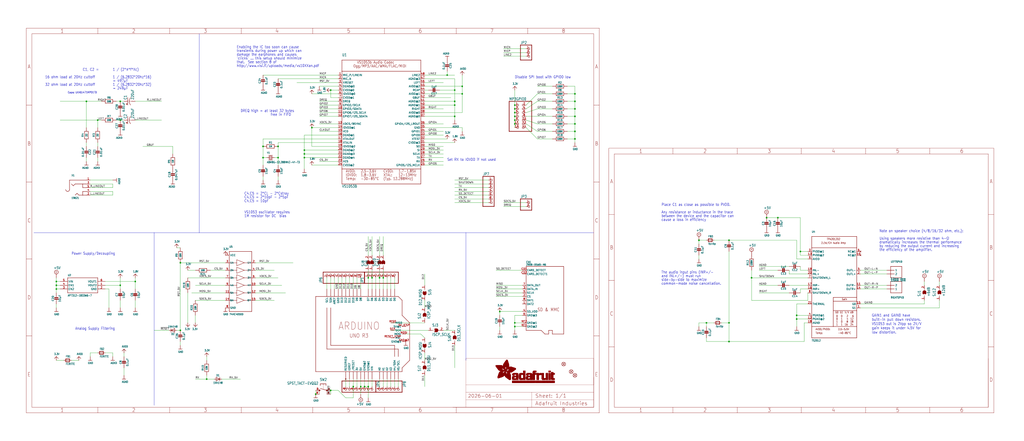
<source format=kicad_sch>
(kicad_sch (version 20230121) (generator eeschema)
  (paper "User" 692.15 298.602)
  (lib_symbols
    (symbol "working-eagle-import:+5V" (power)
      (property "Value" "+5V" (at -1.905 3.175 0))
      (symbol "+5V_1_0"
        (pin power_in line (at 0 -2.54 90) (length 2.54) (name "+5V") (number "1"))
      )
    )
    (symbol "working-eagle-import:1.8V" (power)
      (property "Value" "1.8V" (at -1.524 1.016 0))
      (symbol "1.8V_1_0"
        (pin power_in line (at 0 -2.54 90) (length 2.54) (name "1.8V") (number "1"))
      )
    )
    (symbol "working-eagle-import:3.3V" (power)
      (property "Value" "3.3V" (at -1.524 1.016 0))
      (symbol "3.3V_1_0"
        (pin power_in line (at 0 -2.54 90) (length 2.54) (name "3.3V") (number "1"))
      )
    )
    (symbol "working-eagle-import:74HC4050D"
      (property "Reference" "U" (at -7.62 22.86 0))
      (symbol "74HC4050D_1_0"
        (pin bidirectional line (at -10.16 17.78 0) (length 2.54) (name "VCC") (number "1"))
        (pin bidirectional line (at 10.16 -2.54 180) (length 2.54) (name "4Y") (number "10"))
        (pin bidirectional line (at -10.16 -7.62 0) (length 2.54) (name "5A") (number "11"))
        (pin bidirectional line (at 10.16 -7.62 180) (length 2.54) (name "5Y") (number "12"))
        (pin bidirectional line (at -10.16 -12.7 0) (length 2.54) (name "6A") (number "14"))
        (pin bidirectional line (at 10.16 -12.7 180) (length 2.54) (name "6Y") (number "15"))
        (pin bidirectional line (at 10.16 12.7 180) (length 2.54) (name "1Y") (number "2"))
        (pin bidirectional line (at -10.16 12.7 0) (length 2.54) (name "1A") (number "3"))
        (pin bidirectional line (at 10.16 7.62 180) (length 2.54) (name "2Y") (number "4"))
        (pin bidirectional line (at -10.16 7.62 0) (length 2.54) (name "2A") (number "5"))
        (pin bidirectional line (at 10.16 2.54 180) (length 2.54) (name "3Y") (number "6"))
        (pin bidirectional line (at -10.16 2.54 0) (length 2.54) (name "3A") (number "7"))
        (pin bidirectional line (at -10.16 -17.78 0) (length 2.54) (name "GND") (number "8"))
        (pin bidirectional line (at -10.16 -2.54 0) (length 2.54) (name "4A") (number "9"))
      )
    )
    (symbol "working-eagle-import:AGND" (power)
      (property "Value" "AGND" (at -1.524 -2.54 0))
      (symbol "AGND_1_0"
        (pin power_in line (at 0 2.54 270) (length 2.54) (name "AGND") (number "1"))
      )
    )
    (symbol "working-eagle-import:ARDUINO_R3_ICSP"
      (symbol "ARDUINO_R3_ICSP_1_0"
        (text "ARDUINO" (at 15.24 27.94 0) (effects (font (size 5.08 4.318)) (justify left bottom)))
        (text "UNO R3" (at 22.86 22.86 0) (effects (font (size 2.54 2.159)) (justify left bottom)))
        (pin power_in line (at 27.94 -5.08 90) (length 5.08) (name "3V") (number "3V"))
        (pin power_in line (at 30.48 -5.08 90) (length 5.08) (name "5V") (number "5V"))
        (pin passive line (at 60.96 30.48 180) (length 2.54) (name "5V@1") (number "5V_ICSP"))
        (pin bidirectional line (at 43.18 -5.08 90) (length 5.08) (name "A0") (number "A0"))
        (pin bidirectional line (at 45.72 -5.08 90) (length 5.08) (name "A1") (number "A1"))
        (pin bidirectional line (at 48.26 -5.08 90) (length 5.08) (name "A2") (number "A2"))
        (pin bidirectional line (at 50.8 -5.08 90) (length 5.08) (name "A3") (number "A3"))
        (pin bidirectional line (at 53.34 -5.08 90) (length 5.08) (name "A4/SDA") (number "A4"))
        (pin bidirectional line (at 55.88 -5.08 90) (length 5.08) (name "A5/SCL") (number "A5"))
        (pin bidirectional line (at 12.7 55.88 270) (length 5.08) (name "AREF") (number "AREF"))
        (pin bidirectional line (at 53.34 55.88 270) (length 5.08) (name "D0") (number "D0"))
        (pin bidirectional line (at 50.8 55.88 270) (length 5.08) (name "D1") (number "D1"))
        (pin bidirectional line (at 25.4 55.88 270) (length 5.08) (name "D10") (number "D10"))
        (pin bidirectional line (at 22.86 55.88 270) (length 5.08) (name "D11") (number "D11"))
        (pin bidirectional line (at 20.32 55.88 270) (length 5.08) (name "D12") (number "D12"))
        (pin bidirectional line (at 17.78 55.88 270) (length 5.08) (name "D13") (number "D13"))
        (pin bidirectional line (at 48.26 55.88 270) (length 5.08) (name "D2") (number "D2"))
        (pin bidirectional line (at 45.72 55.88 270) (length 5.08) (name "D3") (number "D3"))
        (pin bidirectional line (at 43.18 55.88 270) (length 5.08) (name "D4") (number "D4"))
        (pin bidirectional line (at 40.64 55.88 270) (length 5.08) (name "D5") (number "D5"))
        (pin bidirectional line (at 38.1 55.88 270) (length 5.08) (name "D6") (number "D6"))
        (pin bidirectional line (at 35.56 55.88 270) (length 5.08) (name "D7") (number "D7"))
        (pin bidirectional line (at 30.48 55.88 270) (length 5.08) (name "D8") (number "D8"))
        (pin bidirectional line (at 27.94 55.88 270) (length 5.08) (name "D9") (number "D9"))
        (pin power_in line (at 15.24 55.88 270) (length 5.08) (name "GND") (number "GND"))
        (pin power_in line (at 33.02 -5.08 90) (length 5.08) (name "GND@2") (number "GND@1"))
        (pin passive line (at 60.96 20.32 180) (length 2.54) (name "GND@3") (number "GND@2"))
        (pin power_in line (at 35.56 -5.08 90) (length 5.08) (name "GND@1") (number "GND@3"))
        (pin output line (at 22.86 -5.08 90) (length 5.08) (name "IOREF") (number "IOREF"))
        (pin passive line (at 50.8 33.02 0) (length 2.54) (name "MISO") (number "MISO"))
        (pin passive line (at 60.96 25.4 180) (length 2.54) (name "MOSI") (number "MOSI"))
        (pin no_connect line (at 20.32 -5.08 90) (length 5.08) (name "RESERVED") (number "RESERVED"))
        (pin bidirectional line (at 25.4 -5.08 90) (length 5.08) (name "/RESET") (number "RESET"))
        (pin passive line (at 50.8 22.86 0) (length 2.54) (name "RST") (number "RESET_ICSP"))
        (pin passive line (at 50.8 27.94 0) (length 2.54) (name "SCK") (number "SCK"))
        (pin bidirectional line (at 7.62 55.88 270) (length 5.08) (name "SCL") (number "SCL"))
        (pin bidirectional line (at 10.16 55.88 270) (length 5.08) (name "SDA") (number "SDA"))
        (pin power_in line (at 38.1 -5.08 90) (length 5.08) (name "VIN") (number "VIN"))
      )
    )
    (symbol "working-eagle-import:AUDIOAMP_TPA2012D2"
      (property "Reference" "U" (at -15.24 33.02 0))
      (symbol "AUDIOAMP_TPA2012D2_1_0"
        (text "-40-85°C" (at 2.54 -35.56 0) (effects (font (size 1.27 1.0795)) (justify left bottom)))
        (text "0" (at 1.27 -26.035 0) (effects (font (size 1.27 1.0795)) (justify left bottom)))
        (text "0" (at 1.27 -24.13 0) (effects (font (size 1.27 1.0795)) (justify left bottom)))
        (text "0" (at 4.445 -27.94 0) (effects (font (size 1.27 1.0795)) (justify left bottom)))
        (text "0" (at 4.445 -24.13 0) (effects (font (size 1.27 1.0795)) (justify left bottom)))
        (text "1" (at 1.27 -29.845 0) (effects (font (size 1.27 1.0795)) (justify left bottom)))
        (text "1" (at 1.27 -27.94 0) (effects (font (size 1.27 1.0795)) (justify left bottom)))
        (text "1" (at 4.445 -29.845 0) (effects (font (size 1.27 1.0795)) (justify left bottom)))
        (text "1" (at 4.445 -26.035 0) (effects (font (size 1.27 1.0795)) (justify left bottom)))
        (text "12" (at 10.795 -26.035 0) (effects (font (size 1.27 1.0795)) (justify left bottom)))
        (text "16" (at 6.985 -29.845 0) (effects (font (size 1.27 1.0795)) (justify left bottom)))
        (text "18" (at 10.795 -27.94 0) (effects (font (size 1.27 1.0795)) (justify left bottom)))
        (text "2" (at 8.255 -24.13 0) (effects (font (size 1.27 1.0795)) (justify left bottom)))
        (text "2.1W/CH Audio Amp" (at -8.89 25.4 0) (effects (font (size 1.27 1.0795)) (justify left bottom)))
        (text "2.5-5.5V" (at 2.54 -33.02 0) (effects (font (size 1.27 1.0795)) (justify left bottom)))
        (text "24" (at 10.795 -29.845 0) (effects (font (size 1.27 1.0795)) (justify left bottom)))
        (text "4" (at 8.255 -26.035 0) (effects (font (size 1.27 1.0795)) (justify left bottom)))
        (text "6" (at 12.065 -24.13 0) (effects (font (size 1.27 1.0795)) (justify left bottom)))
        (text "8" (at 8.255 -27.94 0) (effects (font (size 1.27 1.0795)) (justify left bottom)))
        (text "AVDD/PVDD:" (at -12.7 -33.02 0) (effects (font (size 1.27 1.0795)) (justify left bottom)))
        (text "dB" (at 10.795 -21.59 0) (effects (font (size 1.27 1.0795)) (justify left bottom)))
        (text "G0" (at 0.635 -21.59 0) (effects (font (size 1.27 1.0795)) (justify left bottom)))
        (text "G1" (at 3.81 -21.59 0) (effects (font (size 1.27 1.0795)) (justify left bottom)))
        (text "Gain" (at 5.08 -12.7 0) (effects (font (size 1.27 1.0795)) (justify left bottom)))
        (text "Temp:" (at -12.7 -35.56 0) (effects (font (size 1.27 1.0795)) (justify left bottom)))
        (text "TPA2012D2" (at -5.08 27.94 0) (effects (font (size 1.27 1.0795)) (justify left bottom)))
        (text "V/V" (at 6.985 -21.59 0) (effects (font (size 1.27 1.0795)) (justify left bottom)))
        (pin input line (at 17.78 -17.78 180) (length 2.54) (name "G1") (number "1"))
        (pin no_connect line (at 17.78 17.78 180) (length 2.54) (name "NC@2") (number "10"))
        (pin output line (at 17.78 -2.54 180) (length 2.54) (name "OUTR-") (number "11"))
        (pin power_in line (at -17.78 -25.4 0) (length 2.54) (name "PGND@2") (number "12"))
        (pin power_in line (at -17.78 17.78 0) (length 2.54) (name "PVDD@2") (number "13"))
        (pin output line (at 17.78 -5.08 180) (length 2.54) (name "OUTR+") (number "14"))
        (pin input line (at 17.78 -15.24 180) (length 2.54) (name "G0") (number "15"))
        (pin input line (at -17.78 -5.08 0) (length 2.54) (name "INR+") (number "16"))
        (pin input line (at -17.78 -2.54 0) (length 2.54) (name "INR-") (number "17"))
        (pin power_in line (at -17.78 -27.94 0) (length 2.54) (name "AGND") (number "18"))
        (pin input line (at -17.78 7.62 0) (length 2.54) (name "INL-") (number "19"))
        (pin output line (at 17.78 5.08 180) (length 2.54) (name "OUTL+") (number "2"))
        (pin input line (at -17.78 5.08 0) (length 2.54) (name "INL+") (number "20"))
        (pin bidirectional line (at -17.78 -15.24 0) (length 2.54) (name "THERMAL") (number "21"))
        (pin power_in line (at -17.78 20.32 0) (length 2.54) (name "PVDD@1") (number "3"))
        (pin power_in line (at -17.78 -22.86 0) (length 2.54) (name "PGND@1") (number "4"))
        (pin output line (at 17.78 7.62 180) (length 2.54) (name "OUTL-") (number "5"))
        (pin no_connect line (at 17.78 20.32 180) (length 2.54) (name "NC@1") (number "6"))
        (pin input line (at -17.78 2.54 0) (length 2.54) (name "SHUTDOWN_L") (number "7"))
        (pin input line (at -17.78 -7.62 0) (length 2.54) (name "SHUTDOWN_R") (number "8"))
        (pin power_in line (at -17.78 15.24 0) (length 2.54) (name "AVDD") (number "9"))
      )
    )
    (symbol "working-eagle-import:AUDIO_3.5MMJACK"
      (property "Reference" "X" (at -5.08 7.62 0))
      (symbol "AUDIO_3.5MMJACK_1_0"
        (pin bidirectional line (at 7.62 5.08 180) (length 2.54) (name "P$1") (number "1"))
        (pin bidirectional line (at 7.62 -5.08 180) (length 2.54) (name "P$5") (number "2"))
        (pin bidirectional line (at 7.62 2.54 180) (length 2.54) (name "P$2") (number "3"))
        (pin bidirectional line (at 7.62 -2.54 180) (length 2.54) (name "P$4") (number "4"))
        (pin bidirectional line (at 7.62 0 180) (length 2.54) (name "P$3") (number "5"))
      )
    )
    (symbol "working-eagle-import:AVDD" (power)
      (property "Value" "AVDD" (at -1.524 1.016 0))
      (symbol "AVDD_1_0"
        (pin power_in line (at 0 -2.54 90) (length 2.54) (name "AVDD") (number "1"))
      )
    )
    (symbol "working-eagle-import:CAP_CERAMIC0805-NOOUTLINE"
      (property "Reference" "C" (at -2.29 1.25 90))
      (symbol "CAP_CERAMIC0805-NOOUTLINE_1_0"
        (pin passive line (at 0 5.08 270) (length 2.54) (name "1") (number "1"))
        (pin passive line (at 0 -2.54 90) (length 2.54) (name "2") (number "2"))
      )
    )
    (symbol "working-eagle-import:CAP_CERAMIC0805_10MGAP"
      (property "Reference" "C" (at -2.29 1.25 90))
      (symbol "CAP_CERAMIC0805_10MGAP_1_0"
        (pin passive line (at 0 5.08 270) (length 2.54) (name "1") (number "1"))
        (pin passive line (at 0 -2.54 90) (length 2.54) (name "2") (number "2"))
      )
    )
    (symbol "working-eagle-import:CAP_CERAMIC_0805MP"
      (property "Reference" "C" (at -2.29 1.25 90))
      (symbol "CAP_CERAMIC_0805MP_1_0"
        (pin passive line (at 0 5.08 270) (length 2.54) (name "1") (number "1"))
        (pin passive line (at 0 -2.54 90) (length 2.54) (name "2") (number "2"))
      )
    )
    (symbol "working-eagle-import:CPOL-USC"
      (property "Reference" "C" (at 1.016 0.635 0))
      (symbol "CPOL-USC_1_0"
        (pin passive line (at 0 2.54 270) (length 2.54) (name "+") (number "+"))
        (pin passive line (at 0 -5.08 90) (length 2.54) (name "-") (number "-"))
      )
    )
    (symbol "working-eagle-import:CRYSTAL3.2X2.5"
      (property "Reference" "Y" (at -2.54 2.54 0))
      (symbol "CRYSTAL3.2X2.5_1_0"
        (pin passive line (at -2.54 0 0) (length 0) (name "1") (number "1"))
        (pin passive line (at 2.54 0 180) (length 0) (name "2") (number "2"))
      )
    )
    (symbol "working-eagle-import:DIODESOD-323"
      (property "Reference" "D" (at 0 2.54 0))
      (symbol "DIODESOD-323_1_0"
        (pin passive line (at -2.54 0 0) (length 2.54) (name "A") (number "A"))
        (pin passive line (at 2.54 0 180) (length 2.54) (name "C") (number "C"))
      )
    )
    (symbol "working-eagle-import:FERRITE_0805MP"
      (property "Reference" "FB" (at -1.27 1.905 0))
      (symbol "FERRITE_0805MP_1_0"
        (pin passive line (at -2.54 0 0) (length 2.54) (name "P$1") (number "1"))
        (pin passive line (at 2.54 0 180) (length 2.54) (name "P$2") (number "2"))
      )
    )
    (symbol "working-eagle-import:FIDUCIAL{dblquote}{dblquote}")
    (symbol "working-eagle-import:FRAME_A3_ADAFRUIT"
      (symbol "FRAME_A3_ADAFRUIT_1_0"
        (text "${#}/${##}" (at 357.505 10.16 0) (effects (font (size 2.54 2.54)) (justify left bottom)))
        (text "${CURRENT_DATE}" (at 298.45 10.16 0) (effects (font (size 2.286 2.286)) (justify left bottom)))
        (text "${PROJECTNAME}" (at 298.45 15.24 0) (effects (font (size 2.54 2.54)) (justify left bottom)))
        (text "1" (at 24.2094 1.905 0) (effects (font (size 2.54 2.286))))
        (text "1" (at 24.2094 258.445 0) (effects (font (size 2.54 2.286))))
        (text "2" (at 72.6281 1.905 0) (effects (font (size 2.54 2.286))))
        (text "2" (at 72.6281 258.445 0) (effects (font (size 2.54 2.286))))
        (text "3" (at 121.0469 1.905 0) (effects (font (size 2.54 2.286))))
        (text "3" (at 121.0469 258.445 0) (effects (font (size 2.54 2.286))))
        (text "4" (at 169.4656 1.905 0) (effects (font (size 2.54 2.286))))
        (text "4" (at 169.4656 258.445 0) (effects (font (size 2.54 2.286))))
        (text "5" (at 217.8844 1.905 0) (effects (font (size 2.54 2.286))))
        (text "5" (at 217.8844 258.445 0) (effects (font (size 2.54 2.286))))
        (text "6" (at 266.3031 1.905 0) (effects (font (size 2.54 2.286))))
        (text "6" (at 266.3031 258.445 0) (effects (font (size 2.54 2.286))))
        (text "7" (at 314.7219 1.905 0) (effects (font (size 2.54 2.286))))
        (text "7" (at 314.7219 258.445 0) (effects (font (size 2.54 2.286))))
        (text "8" (at 363.1406 1.905 0) (effects (font (size 2.54 2.286))))
        (text "8" (at 363.1406 258.445 0) (effects (font (size 2.54 2.286))))
        (text "A" (at 1.905 234.315 0) (effects (font (size 2.54 2.286))))
        (text "A" (at 385.445 234.315 0) (effects (font (size 2.54 2.286))))
        (text "Adafruit Industries" (at 343.916 4.953 0) (effects (font (size 2.54 2.54)) (justify left bottom)))
        (text "B" (at 1.905 182.245 0) (effects (font (size 2.54 2.286))))
        (text "B" (at 385.445 182.245 0) (effects (font (size 2.54 2.286))))
        (text "C" (at 1.905 130.175 0) (effects (font (size 2.54 2.286))))
        (text "C" (at 385.445 130.175 0) (effects (font (size 2.54 2.286))))
        (text "D" (at 1.905 78.105 0) (effects (font (size 2.54 2.286))))
        (text "D" (at 385.445 78.105 0) (effects (font (size 2.54 2.286))))
        (text "E" (at 1.905 26.035 0) (effects (font (size 2.54 2.286))))
        (text "E" (at 385.445 26.035 0) (effects (font (size 2.54 2.286))))
        (text "Sheet:" (at 343.916 10.033 0) (effects (font (size 2.54 2.54)) (justify left bottom)))
      )
    )
    (symbol "working-eagle-import:FRAME_A4"
      (symbol "FRAME_A4_1_0"
        (text "1" (at 21.6958 1.905 0) (effects (font (size 2.54 2.286))))
        (text "1" (at 21.6958 177.165 0) (effects (font (size 2.54 2.286))))
        (text "2" (at 65.0875 1.905 0) (effects (font (size 2.54 2.286))))
        (text "2" (at 65.0875 177.165 0) (effects (font (size 2.54 2.286))))
        (text "3" (at 108.4792 1.905 0) (effects (font (size 2.54 2.286))))
        (text "3" (at 108.4792 177.165 0) (effects (font (size 2.54 2.286))))
        (text "4" (at 151.8708 1.905 0) (effects (font (size 2.54 2.286))))
        (text "4" (at 151.8708 177.165 0) (effects (font (size 2.54 2.286))))
        (text "5" (at 195.2625 1.905 0) (effects (font (size 2.54 2.286))))
        (text "5" (at 195.2625 177.165 0) (effects (font (size 2.54 2.286))))
        (text "6" (at 238.6542 1.905 0) (effects (font (size 2.54 2.286))))
        (text "6" (at 238.6542 177.165 0) (effects (font (size 2.54 2.286))))
        (text "A" (at 1.905 156.6863 0) (effects (font (size 2.54 2.286))))
        (text "A" (at 258.445 156.6863 0) (effects (font (size 2.54 2.286))))
        (text "B" (at 1.905 111.9188 0) (effects (font (size 2.54 2.286))))
        (text "B" (at 258.445 111.9188 0) (effects (font (size 2.54 2.286))))
        (text "C" (at 1.905 67.1513 0) (effects (font (size 2.54 2.286))))
        (text "C" (at 258.445 67.1513 0) (effects (font (size 2.54 2.286))))
        (text "D" (at 1.905 22.3838 0) (effects (font (size 2.54 2.286))))
        (text "D" (at 258.445 22.3838 0) (effects (font (size 2.54 2.286))))
      )
      (symbol "FRAME_A4_2_0"
        (text "PART OR WHOLE IS STRICTLY PROHIBITED WITHOUT WRITTEN PERMISSION!" (at 3.81 -5.08 0) (effects (font (size 1.27 1.0795)) (justify left bottom)))
        (text "PROPRIETARY" (at 3.81 -10.16 0) (effects (font (size 2.54 2.159) (thickness 0.4318) bold) (justify left bottom)))
        (text "THIS DRAWING CONTAINS CONFIDENTIAL INFORMATION. ANY REPRODUCTION IN" (at 3.81 -2.794 0) (effects (font (size 1.27 1.0795)) (justify left bottom)))
      )
      (symbol "FRAME_A4_3_0"
        (text "${#}/${##}" (at 109.22 2.54 0) (effects (font (size 2.54 2.54)) (justify left bottom)))
        (text "${CHECKED}" (at 2.54 11.43 0) (effects (font (size 1.778 1.5113)) (justify left bottom)))
        (text "${COMPANY}" (at 23.6538 29.3687 0) (effects (font (size 3.175 2.6987) (thickness 0.5397) bold) (justify left bottom)))
        (text "${CURRENT_DATE}" (at 33.02 8.89 0) (effects (font (size 2.54 2.159)) (justify left bottom)))
        (text "${DATE}" (at 2.54 2.54 0) (effects (font (size 1.778 1.5113)) (justify left bottom)))
        (text "${DRAWN}" (at 2.54 20.32 0) (effects (font (size 1.778 1.5113)) (justify left bottom)))
        (text "${DRGNO}" (at 91.44 8.89 0) (effects (font (size 2.1844 1.8567)) (justify left bottom)))
        (text "${PROJECTNAME}" (at 33.3375 2.54 0) (effects (font (size 2.54 2.159)) (justify left bottom)))
        (text "${REV}" (at 114.3 18.415 0) (effects (font (size 3.81 3.2385)) (justify left bottom)))
        (text "2013" (at 112.7125 30.1625 0) (effects (font (size 1.778 1.5113)) (justify left bottom)))
        (text "C" (at 109.0612 30.48 0) (effects (font (size 1.27 1.0795)) (justify left bottom)))
        (text "CHECKED" (at 1.27 15.875 0) (effects (font (size 1.778 1.5113)) (justify left bottom)))
        (text "DATE" (at 1.27 6.985 0) (effects (font (size 1.778 1.5113)) (justify left bottom)))
        (text "DATE" (at 21.59 12.7 0) (effects (font (size 2.54 2.54)) (justify left bottom)))
        (text "DRAWN" (at 1.27 24.765 0) (effects (font (size 1.778 1.5113)) (justify left bottom)))
        (text "DRG" (at 90.17 12.7 0) (effects (font (size 2.54 2.54)) (justify left bottom)))
        (text "FILE:" (at 21.59 2.54 0) (effects (font (size 2.54 2.54)) (justify left bottom)))
        (text "ISSUE" (at 5.3975 30.1625 0) (effects (font (size 1.9304 1.6408)) (justify left bottom)))
        (text "N" (at 98.7425 12.7 0) (effects (font (size 2.54 2.54)) (justify left bottom)))
        (text "o" (at 101.2825 13.6525 0) (effects (font (size 2.1844 1.8567)) (justify left bottom)))
        (text "PAGE:" (at 97.155 2.54 0) (effects (font (size 2.54 2.54)) (justify left bottom)))
        (text "REV" (at 112.7125 24.13 0) (effects (font (size 2.54 2.54)) (justify left bottom)))
        (text "TITLE" (at 21.59 24.13 0) (effects (font (size 2.54 2.54)) (justify left bottom)))
      )
    )
    (symbol "working-eagle-import:GND" (power)
      (property "Value" "GND" (at -1.524 -2.54 0))
      (symbol "GND_1_0"
        (pin power_in line (at 0 2.54 270) (length 2.54) (name "GND") (number "1"))
      )
    )
    (symbol "working-eagle-import:HEADER-1X1070MIL"
      (property "Reference" "JP" (at -6.35 13.335 0))
      (symbol "HEADER-1X1070MIL_1_0"
        (pin passive inverted (at -2.54 10.16 0) (length 2.54) (name "1") (number "1"))
        (pin passive inverted (at -2.54 -12.7 0) (length 2.54) (name "10") (number "10"))
        (pin passive inverted (at -2.54 7.62 0) (length 2.54) (name "2") (number "2"))
        (pin passive inverted (at -2.54 5.08 0) (length 2.54) (name "3") (number "3"))
        (pin passive inverted (at -2.54 2.54 0) (length 2.54) (name "4") (number "4"))
        (pin passive inverted (at -2.54 0 0) (length 2.54) (name "5") (number "5"))
        (pin passive inverted (at -2.54 -2.54 0) (length 2.54) (name "6") (number "6"))
        (pin passive inverted (at -2.54 -5.08 0) (length 2.54) (name "7") (number "7"))
        (pin passive inverted (at -2.54 -7.62 0) (length 2.54) (name "8") (number "8"))
        (pin passive inverted (at -2.54 -10.16 0) (length 2.54) (name "9") (number "9"))
      )
    )
    (symbol "working-eagle-import:HEADER-1X2ROUND"
      (property "Reference" "JP" (at -6.35 5.715 0))
      (symbol "HEADER-1X2ROUND_1_0"
        (pin passive inverted (at -2.54 2.54 0) (length 2.54) (name "1") (number "1"))
        (pin passive inverted (at -2.54 0 0) (length 2.54) (name "2") (number "2"))
      )
    )
    (symbol "working-eagle-import:HEADER-1X770MIL"
      (property "Reference" "JP" (at -6.35 10.795 0))
      (symbol "HEADER-1X770MIL_1_0"
        (pin passive inverted (at -2.54 7.62 0) (length 2.54) (name "1") (number "1"))
        (pin passive inverted (at -2.54 5.08 0) (length 2.54) (name "2") (number "2"))
        (pin passive inverted (at -2.54 2.54 0) (length 2.54) (name "3") (number "3"))
        (pin passive inverted (at -2.54 0 0) (length 2.54) (name "4") (number "4"))
        (pin passive inverted (at -2.54 -2.54 0) (length 2.54) (name "5") (number "5"))
        (pin passive inverted (at -2.54 -5.08 0) (length 2.54) (name "6") (number "6"))
        (pin passive inverted (at -2.54 -7.62 0) (length 2.54) (name "7") (number "7"))
      )
    )
    (symbol "working-eagle-import:HEADER-2X7_ROUND_70MIL"
      (property "Reference" "JP" (at -6.35 10.795 0))
      (symbol "HEADER-2X7_ROUND_70MIL_1_0"
        (pin passive inverted (at -2.54 7.62 0) (length 2.54) (name "1") (number "1"))
        (pin passive inverted (at 5.08 -2.54 180) (length 2.54) (name "10") (number "10"))
        (pin passive inverted (at -2.54 -5.08 0) (length 2.54) (name "11") (number "11"))
        (pin passive inverted (at 5.08 -5.08 180) (length 2.54) (name "12") (number "12"))
        (pin passive inverted (at -2.54 -7.62 0) (length 2.54) (name "13") (number "13"))
        (pin passive inverted (at 5.08 -7.62 180) (length 2.54) (name "14") (number "14"))
        (pin passive inverted (at 5.08 7.62 180) (length 2.54) (name "2") (number "2"))
        (pin passive inverted (at -2.54 5.08 0) (length 2.54) (name "3") (number "3"))
        (pin passive inverted (at 5.08 5.08 180) (length 2.54) (name "4") (number "4"))
        (pin passive inverted (at -2.54 2.54 0) (length 2.54) (name "5") (number "5"))
        (pin passive inverted (at 5.08 2.54 180) (length 2.54) (name "6") (number "6"))
        (pin passive inverted (at -2.54 0 0) (length 2.54) (name "7") (number "7"))
        (pin passive inverted (at 5.08 0 180) (length 2.54) (name "8") (number "8"))
        (pin passive inverted (at -2.54 -2.54 0) (length 2.54) (name "9") (number "9"))
      )
    )
    (symbol "working-eagle-import:MICROSD"
      (property "Reference" "X" (at -12.7 22.606 0))
      (symbol "MICROSD_1_0"
        (text "SD & MMC" (at -5.08 -10.16 0) (effects (font (size 2.1844 1.8567)) (justify left bottom)))
        (pin bidirectional line (at -15.24 -5.08 0) (length 2.54) (name "DAT2") (number "1"))
        (pin input line (at -15.24 0 0) (length 2.54) (name "CS") (number "2"))
        (pin input line (at -15.24 5.08 0) (length 2.54) (name "DATA_IN") (number "3"))
        (pin power_in line (at -15.24 -10.16 0) (length 2.54) (name "SD_VDD") (number "4"))
        (pin input line (at -15.24 2.54 0) (length 2.54) (name "SCLK") (number "5"))
        (pin power_in line (at -15.24 -12.7 0) (length 2.54) (name "GND@3") (number "6"))
        (pin output line (at -15.24 7.62 0) (length 2.54) (name "DATA_OUT") (number "7"))
        (pin bidirectional line (at -15.24 -2.54 0) (length 2.54) (name "DAT1") (number "8"))
        (pin passive line (at -15.24 17.78 0) (length 2.54) (name "CARD_DETECT") (number "CD1"))
        (pin passive line (at -15.24 15.24 0) (length 2.54) (name "CARD_DETECT1") (number "CD2"))
        (pin power_in line (at -15.24 -20.32 0) (length 2.54) (name "GND@2") (number "MT1"))
        (pin power_in line (at -15.24 -17.78 0) (length 2.54) (name "GND@1") (number "MT2"))
      )
    )
    (symbol "working-eagle-import:PINHD-1X3CB"
      (property "Reference" "JP" (at -6.35 5.715 0))
      (symbol "PINHD-1X3CB_1_0"
        (pin passive inverted (at -2.54 2.54 0) (length 2.54) (name "1") (number "1"))
        (pin passive inverted (at -2.54 0 0) (length 2.54) (name "2") (number "2"))
        (pin passive inverted (at -2.54 -2.54 0) (length 2.54) (name "3") (number "3"))
      )
    )
    (symbol "working-eagle-import:PINHD-1X6CB"
      (property "Reference" "JP" (at -6.35 10.795 0))
      (symbol "PINHD-1X6CB_1_0"
        (pin passive inverted (at -2.54 7.62 0) (length 2.54) (name "1") (number "1"))
        (pin passive inverted (at -2.54 5.08 0) (length 2.54) (name "2") (number "2"))
        (pin passive inverted (at -2.54 2.54 0) (length 2.54) (name "3") (number "3"))
        (pin passive inverted (at -2.54 0 0) (length 2.54) (name "4") (number "4"))
        (pin passive inverted (at -2.54 -2.54 0) (length 2.54) (name "5") (number "5"))
        (pin passive inverted (at -2.54 -5.08 0) (length 2.54) (name "6") (number "6"))
      )
    )
    (symbol "working-eagle-import:PINHD-1X8CLEANBIG"
      (property "Reference" "JP" (at -6.35 10.795 0))
      (symbol "PINHD-1X8CLEANBIG_1_0"
        (pin passive inverted (at -2.54 7.62 0) (length 2.54) (name "1") (number "1"))
        (pin passive inverted (at -2.54 5.08 0) (length 2.54) (name "2") (number "2"))
        (pin passive inverted (at -2.54 2.54 0) (length 2.54) (name "3") (number "3"))
        (pin passive inverted (at -2.54 0 0) (length 2.54) (name "4") (number "4"))
        (pin passive inverted (at -2.54 -2.54 0) (length 2.54) (name "5") (number "5"))
        (pin passive inverted (at -2.54 -5.08 0) (length 2.54) (name "6") (number "6"))
        (pin passive inverted (at -2.54 -7.62 0) (length 2.54) (name "7") (number "7"))
        (pin passive inverted (at -2.54 -10.16 0) (length 2.54) (name "8") (number "8"))
      )
    )
    (symbol "working-eagle-import:RESISTOR0805_NOOUTLINE"
      (property "Reference" "R" (at 0 2.54 0))
      (symbol "RESISTOR0805_NOOUTLINE_1_0"
        (pin passive line (at -5.08 0 0) (length 2.54) (name "1") (number "1"))
        (pin passive line (at 5.08 0 180) (length 2.54) (name "2") (number "2"))
      )
    )
    (symbol "working-eagle-import:RESISTOR_0805MP"
      (property "Reference" "R" (at 0 2.54 0))
      (symbol "RESISTOR_0805MP_1_0"
        (pin passive line (at -5.08 0 0) (length 2.54) (name "1") (number "1"))
        (pin passive line (at 5.08 0 180) (length 2.54) (name "2") (number "2"))
      )
    )
    (symbol "working-eagle-import:SOLDERJUMPER"
      (property "Reference" "SJ" (at -2.54 2.54 0))
      (symbol "SOLDERJUMPER_1_0"
        (pin passive line (at -5.08 0 0) (length 2.54) (name "1") (number "1"))
        (pin passive line (at 5.08 0 180) (length 2.54) (name "2") (number "2"))
      )
    )
    (symbol "working-eagle-import:SOLDERJUMPERCLOSED"
      (property "Reference" "SJ" (at -2.54 2.54 0))
      (symbol "SOLDERJUMPERCLOSED_1_0"
        (pin passive line (at -5.08 0 0) (length 2.54) (name "1") (number "1"))
        (pin passive line (at 5.08 0 180) (length 2.54) (name "2") (number "2"))
      )
    )
    (symbol "working-eagle-import:SOLDERJUMPERREFLOW_NOPASTE"
      (property "Reference" "SJ" (at -2.54 2.54 0))
      (symbol "SOLDERJUMPERREFLOW_NOPASTE_1_0"
        (pin passive line (at -5.08 0 0) (length 2.54) (name "1") (number "1"))
        (pin passive line (at 5.08 0 180) (length 2.54) (name "2") (number "2"))
      )
    )
    (symbol "working-eagle-import:SPST_TACT-EVQQ2"
      (property "Reference" "SW" (at -6.35 -2.54 90))
      (symbol "SPST_TACT-EVQQ2_1_0"
        (pin passive line (at 0 -5.08 90) (length 2.54) (name "P") (number "A"))
        (pin passive line (at 2.54 -5.08 90) (length 2.54) (name "P1") (number "A'"))
        (pin passive line (at 0 5.08 270) (length 2.54) (name "S") (number "B"))
        (pin passive line (at 2.54 5.08 270) (length 2.54) (name "S1") (number "B'"))
      )
    )
    (symbol "working-eagle-import:TERMBLOCK_1X2"
      (property "Reference" "X" (at -2.54 7.62 0))
      (symbol "TERMBLOCK_1X2_1_0"
        (pin passive line (at -5.08 2.54 0) (length 5.08) (name "1") (number "1"))
        (pin passive line (at -5.08 0 0) (length 5.08) (name "2") (number "2"))
      )
    )
    (symbol "working-eagle-import:VREG_SOT23-6_DUALAP7312"
      (property "Reference" "U" (at -10.16 6.096 0))
      (symbol "VREG_SOT23-6_DUALAP7312_1_0"
        (pin bidirectional line (at 15.24 0 180) (length 5.08) (name "VOUT2") (number "1"))
        (pin bidirectional line (at 15.24 -2.54 180) (length 5.08) (name "GND") (number "2"))
        (pin bidirectional line (at -15.24 -2.54 0) (length 5.08) (name "EN2") (number "3"))
        (pin bidirectional line (at -15.24 0 0) (length 5.08) (name "EN1") (number "4"))
        (pin bidirectional line (at -15.24 2.54 0) (length 5.08) (name "VIN") (number "5"))
        (pin bidirectional line (at 15.24 2.54 180) (length 5.08) (name "VOUT1") (number "6"))
      )
    )
    (symbol "working-eagle-import:VS1053B"
      (property "Reference" "U" (at -25.4 43.18 0))
      (symbol "VS1053B_1_0"
        (text "(Typ. 12.288MHz)" (at 2.54 -40.64 0) (effects (font (size 1.778 1.5113)) (justify left bottom)))
        (text "-30-85°C" (at -12.7 -40.64 0) (effects (font (size 1.778 1.5113)) (justify left bottom)))
        (text "1.7-1.85V" (at 12.7 -35.56 0) (effects (font (size 1.778 1.5113)) (justify left bottom)))
        (text "1.8-3.6V" (at -12.7 -38.1 0) (effects (font (size 1.778 1.5113)) (justify left bottom)))
        (text "12-13MHz" (at 12.7 -38.1 0) (effects (font (size 1.778 1.5113)) (justify left bottom)))
        (text "2.5-3.6V" (at -12.7 -35.56 0) (effects (font (size 1.778 1.5113)) (justify left bottom)))
        (text "AVDD:" (at -22.86 -35.56 0) (effects (font (size 1.778 1.5113)) (justify left bottom)))
        (text "CVDD:" (at 2.54 -35.56 0) (effects (font (size 1.778 1.5113)) (justify left bottom)))
        (text "IOVDD:" (at -22.86 -38.1 0) (effects (font (size 1.778 1.5113)) (justify left bottom)))
        (text "Ogg/MP3/AAC/WMA/FLAC/MIDI" (at -17.78 35.56 0) (effects (font (size 1.778 1.5113)) (justify left bottom)))
        (text "Temp:" (at -22.86 -40.64 0) (effects (font (size 1.778 1.5113)) (justify left bottom)))
        (text "VS1053b Audio Codec" (at -15.24 38.1 0) (effects (font (size 1.778 1.5113)) (justify left bottom)))
        (text "XTAL:" (at 2.54 -38.1 0) (effects (font (size 1.778 1.5113)) (justify left bottom)))
        (pin bidirectional line (at -27.94 30.48 0) (length 2.54) (name "MIC_P/LINEIN") (number "1"))
        (pin bidirectional line (at -27.94 7.62 0) (length 2.54) (name "GPIO3/SDATA") (number "10"))
        (pin bidirectional line (at -27.94 5.08 0) (length 2.54) (name "GPIO6/I2S_SCLK") (number "11"))
        (pin bidirectional line (at -27.94 2.54 0) (length 2.54) (name "GPIO7/I2S_SDATA") (number "12"))
        (pin bidirectional line (at -27.94 -2.54 0) (length 2.54) (name "XDCS/BSYNC") (number "13"))
        (pin power_in line (at -27.94 -5.08 0) (length 2.54) (name "IOVDD@1") (number "14"))
        (pin bidirectional line (at -27.94 -7.62 0) (length 2.54) (name "VCO") (number "15"))
        (pin power_in line (at -27.94 -10.16 0) (length 2.54) (name "DGND@1") (number "16"))
        (pin output line (at -27.94 -12.7 0) (length 2.54) (name "XTALOUT") (number "17"))
        (pin input line (at -27.94 -15.24 0) (length 2.54) (name "XTALIN") (number "18"))
        (pin power_in line (at -27.94 -17.78 0) (length 2.54) (name "IOVDD@2") (number "19"))
        (pin bidirectional line (at -27.94 27.94 0) (length 2.54) (name "MIC_N") (number "2"))
        (pin power_in line (at -27.94 -20.32 0) (length 2.54) (name "DGND@2") (number "20"))
        (pin power_in line (at -27.94 -22.86 0) (length 2.54) (name "DGND@3") (number "21"))
        (pin power_in line (at -27.94 -25.4 0) (length 2.54) (name "DGND@4") (number "22"))
        (pin bidirectional line (at -27.94 -27.94 0) (length 2.54) (name "XCS") (number "23"))
        (pin power_in line (at -27.94 -30.48 0) (length 2.54) (name "CVDD@2") (number "24"))
        (pin bidirectional line (at 30.48 -30.48 180) (length 2.54) (name "GPIO5/I2S_MCLK") (number "25"))
        (pin bidirectional line (at 30.48 -27.94 180) (length 2.54) (name "RX") (number "26"))
        (pin bidirectional line (at 30.48 -25.4 180) (length 2.54) (name "TX") (number "27"))
        (pin bidirectional line (at 30.48 -22.86 180) (length 2.54) (name "SCLK") (number "28"))
        (pin bidirectional line (at 30.48 -20.32 180) (length 2.54) (name "SI") (number "29"))
        (pin bidirectional line (at -27.94 25.4 0) (length 2.54) (name "XRESET") (number "3"))
        (pin bidirectional line (at 30.48 -17.78 180) (length 2.54) (name "SO") (number "30"))
        (pin power_in line (at 30.48 -15.24 180) (length 2.54) (name "CVDD@3") (number "31"))
        (pin bidirectional line (at 30.48 -12.7 180) (length 2.54) (name "XTEST") (number "32"))
        (pin bidirectional line (at 30.48 -10.16 180) (length 2.54) (name "GPIO0") (number "33"))
        (pin bidirectional line (at 30.48 -7.62 180) (length 2.54) (name "GPIO1") (number "34"))
        (pin power_in line (at 30.48 -5.08 180) (length 2.54) (name "GND") (number "35"))
        (pin bidirectional line (at 30.48 -2.54 180) (length 2.54) (name "GPIO4/I2S_LROUT") (number "36"))
        (pin power_in line (at 30.48 2.54 180) (length 2.54) (name "AGND@0") (number "37"))
        (pin power_in line (at 30.48 5.08 180) (length 2.54) (name "AVDD@0") (number "38"))
        (pin bidirectional line (at 30.48 7.62 180) (length 2.54) (name "RIGHT") (number "39"))
        (pin power_in line (at -27.94 22.86 0) (length 2.54) (name "DGND@0") (number "4"))
        (pin power_in line (at 30.48 10.16 180) (length 2.54) (name "AGND@1") (number "40"))
        (pin power_in line (at 30.48 12.7 180) (length 2.54) (name "AGND@2") (number "41"))
        (pin bidirectional line (at 30.48 15.24 180) (length 2.54) (name "GBUF") (number "42"))
        (pin power_in line (at 30.48 17.78 180) (length 2.54) (name "AVDD@1") (number "43"))
        (pin bidirectional line (at 30.48 20.32 180) (length 2.54) (name "RCAP") (number "44"))
        (pin power_in line (at 30.48 22.86 180) (length 2.54) (name "AVDD@2") (number "45"))
        (pin bidirectional line (at 30.48 25.4 180) (length 2.54) (name "LEFT") (number "46"))
        (pin power_in line (at 30.48 27.94 180) (length 2.54) (name "AGND@3") (number "47"))
        (pin bidirectional line (at 30.48 30.48 180) (length 2.54) (name "LINE2") (number "48"))
        (pin power_in line (at -27.94 20.32 0) (length 2.54) (name "CVDD@0") (number "5"))
        (pin power_in line (at -27.94 17.78 0) (length 2.54) (name "IOVDD@0") (number "6"))
        (pin power_in line (at -27.94 15.24 0) (length 2.54) (name "CVDD@1") (number "7"))
        (pin bidirectional line (at -27.94 12.7 0) (length 2.54) (name "DREQ") (number "8"))
        (pin bidirectional line (at -27.94 10.16 0) (length 2.54) (name "GPIO2/DCLK") (number "9"))
      )
    )
  )
  (junction (at 492.76 218.44))
  (junction (at 477.52 218.44))
  (junction (at 307.34 68.58))
  (junction (at 248.92 187.96))
  (junction (at 251.46 187.96))
  (junction (at 238.76 261.62))
  (junction (at 307.34 78.74))
  (junction (at 388.62 68.58))
  (junction (at 302.26 50.8))
  (junction (at 388.62 73.66))
  (junction (at 243.84 261.62))
  (junction (at 81.28 81.28))
  (junction (at 121.92 177.8))
  (junction (at 388.62 83.82))
  (junction (at 58.42 68.58))
  (junction (at 347.98 81.28))
  (junction (at 337.82 210.82))
  (junction (at 223.52 264.16))
  (junction (at 347.98 83.82))
  (junction (at 139.7 256.54))
  (junction (at 347.98 220.98))
  (junction (at 38.1 195.58))
  (junction (at 248.92 261.62))
  (junction (at 259.08 187.96))
  (junction (at 312.42 58.42))
  (junction (at 347.98 71.12))
  (junction (at 388.62 63.5))
  (junction (at 223.52 60.96))
  (junction (at 538.48 215.9))
  (junction (at 38.1 190.5))
  (junction (at 187.96 106.68))
  (junction (at 388.62 88.9))
  (junction (at 81.28 193.04))
  (junction (at 538.48 213.36))
  (junction (at 347.98 76.2))
  (junction (at 246.38 261.62))
  (junction (at 205.74 101.6))
  (junction (at 210.82 86.36))
  (junction (at 121.92 223.52))
  (junction (at 177.8 99.06))
  (junction (at 508 187.96))
  (junction (at 177.8 106.68))
  (junction (at 312.42 63.5))
  (junction (at 525.78 147.32))
  (junction (at 81.28 68.58))
  (junction (at 38.1 193.04))
  (junction (at 205.74 106.68))
  (junction (at 347.98 218.44))
  (junction (at 66.04 81.28))
  (junction (at 307.34 71.12))
  (junction (at 518.16 147.32))
  (junction (at 187.96 99.06))
  (junction (at 492.76 231.14))
  (junction (at 205.74 104.14))
  (junction (at 492.76 162.56))
  (junction (at 256.54 187.96))
  (junction (at 213.36 266.7))
  (junction (at 91.44 190.5))
  (junction (at 307.34 60.96))
  (junction (at 541.02 170.18))
  (junction (at 472.44 162.56))
  (junction (at 388.62 78.74))
  (junction (at 347.98 78.74))
  (junction (at 388.62 93.98))
  (junction (at 347.98 73.66))
  (wire (pts (xy 48.26 243.84) (xy 53.34 243.84)) (stroke (width 0.1524)))
  (wire (pts (xy 287.02 99.06) (xy 299.72 99.06)) (stroke (width 0.1524)))
  (wire (pts (xy 40.64 195.58) (xy 38.1 195.58)) (stroke (width 0.1524)))
  (wire (pts (xy 347.98 71.12) (xy 347.98 60.96)) (stroke (width 0.1524)))
  (wire (pts (xy 38.1 195.58) (xy 38.1 193.04)) (stroke (width 0.1524)))
  (wire (pts (xy 58.42 68.58) (xy 40.64 68.58)) (stroke (width 0.1524)))
  (wire (pts (xy 388.62 58.42) (xy 388.62 63.5)) (stroke (width 0.1524)))
  (wire (pts (xy 76.2 129.54) (xy 76.2 132.08)) (stroke (width 0.1524)))
  (polyline (pts (xy 314.96 157.48) (xy 314.96 243.84)) (stroke (width 0.1524) (type solid)))
  (wire (pts (xy 508 203.2) (xy 508 187.96)) (stroke (width 0.1524)))
  (wire (pts (xy 251.46 261.62) (xy 251.46 256.54)) (stroke (width 0.1524)))
  (wire (pts (xy 264.16 261.62) (xy 264.16 256.54)) (stroke (width 0.1524)))
  (wire (pts (xy 91.44 203.2) (xy 91.44 208.28)) (stroke (width 0.1524)))
  (wire (pts (xy 482.6 162.56) (xy 492.76 162.56)) (stroke (width 0.1524)))
  (wire (pts (xy 287.02 91.44) (xy 299.72 91.44)) (stroke (width 0.1524)))
  (wire (pts (xy 373.38 68.58) (xy 363.22 68.58)) (stroke (width 0.1524)))
  (wire (pts (xy 264.16 223.52) (xy 289.56 223.52)) (stroke (width 0.1524)))
  (wire (pts (xy 248.92 261.62) (xy 248.92 269.24)) (stroke (width 0.1524)))
  (wire (pts (xy 228.6 71.12) (xy 215.9 71.12)) (stroke (width 0.1524)))
  (wire (pts (xy 546.1 198.12) (xy 546.1 203.2)) (stroke (width 0.1524)))
  (wire (pts (xy 248.92 261.62) (xy 248.92 256.54)) (stroke (width 0.1524)))
  (wire (pts (xy 81.28 81.28) (xy 83.82 81.28)) (stroke (width 0.1524)))
  (wire (pts (xy 228.6 109.22) (xy 215.9 109.22)) (stroke (width 0.1524)))
  (wire (pts (xy 38.1 193.04) (xy 38.1 190.5)) (stroke (width 0.1524)))
  (wire (pts (xy 121.92 167.64) (xy 119.38 167.64)) (stroke (width 0.1524)))
  (wire (pts (xy 287.02 55.88) (xy 299.72 55.88)) (stroke (width 0.1524)))
  (polyline (pts (xy 104.14 157.48) (xy 104.14 274.32)) (stroke (width 0.1524) (type solid)))
  (wire (pts (xy 60.96 124.46) (xy 76.2 124.46)) (stroke (width 0.1524)))
  (wire (pts (xy 287.02 83.82) (xy 299.72 83.82)) (stroke (width 0.1524)))
  (wire (pts (xy 347.98 78.74) (xy 347.98 76.2)) (stroke (width 0.1524)))
  (wire (pts (xy 223.52 66.04) (xy 223.52 60.96)) (stroke (width 0.1524)))
  (wire (pts (xy 223.52 187.96) (xy 223.52 195.58)) (stroke (width 0.1524)))
  (wire (pts (xy 347.98 220.98) (xy 347.98 223.52)) (stroke (width 0.1524)))
  (polyline (pts (xy 104.14 157.48) (xy 134.62 157.48)) (stroke (width 0.1524) (type solid)))
  (wire (pts (xy 83.82 238.76) (xy 83.82 241.3)) (stroke (width 0.1524)))
  (wire (pts (xy 139.7 256.54) (xy 139.7 254)) (stroke (width 0.1524)))
  (wire (pts (xy 330.2 129.54) (xy 307.34 129.54)) (stroke (width 0.1524)))
  (wire (pts (xy 546.1 187.96) (xy 508 187.96)) (stroke (width 0.1524)))
  (wire (pts (xy 472.44 172.72) (xy 472.44 175.26)) (stroke (width 0.1524)))
  (wire (pts (xy 81.28 68.58) (xy 83.82 68.58)) (stroke (width 0.1524)))
  (wire (pts (xy 287.02 63.5) (xy 312.42 63.5)) (stroke (width 0.1524)))
  (wire (pts (xy 121.92 223.52) (xy 121.92 177.8)) (stroke (width 0.1524)))
  (wire (pts (xy 330.2 134.62) (xy 307.34 134.62)) (stroke (width 0.1524)))
  (wire (pts (xy 205.74 91.44) (xy 205.74 101.6)) (stroke (width 0.1524)))
  (polyline (pts (xy 314.96 157.48) (xy 401.32 157.48)) (stroke (width 0.1524) (type solid)))
  (wire (pts (xy 58.42 68.58) (xy 58.42 86.36)) (stroke (width 0.1524)))
  (wire (pts (xy 307.34 60.96) (xy 307.34 68.58)) (stroke (width 0.1524)))
  (wire (pts (xy 355.6 71.12) (xy 363.22 63.5)) (stroke (width 0.1524)))
  (wire (pts (xy 243.84 187.96) (xy 243.84 195.58)) (stroke (width 0.1524)))
  (wire (pts (xy 287.02 96.52) (xy 307.34 96.52)) (stroke (width 0.1524)))
  (wire (pts (xy 228.6 50.8) (xy 177.8 50.8)) (stroke (width 0.1524)))
  (wire (pts (xy 251.46 172.72) (xy 251.46 160.02)) (stroke (width 0.1524)))
  (wire (pts (xy 287.02 76.2) (xy 312.42 76.2)) (stroke (width 0.1524)))
  (wire (pts (xy 388.62 83.82) (xy 388.62 88.9)) (stroke (width 0.1524)))
  (wire (pts (xy 139.7 256.54) (xy 132.08 256.54)) (stroke (width 0.1524)))
  (wire (pts (xy 228.6 55.88) (xy 200.66 55.88)) (stroke (width 0.1524)))
  (wire (pts (xy 337.82 220.98) (xy 337.82 223.52)) (stroke (width 0.1524)))
  (wire (pts (xy 256.54 187.96) (xy 256.54 182.88)) (stroke (width 0.1524)))
  (wire (pts (xy 76.2 238.76) (xy 76.2 241.3)) (stroke (width 0.1524)))
  (wire (pts (xy 78.74 81.28) (xy 81.28 81.28)) (stroke (width 0.1524)))
  (wire (pts (xy 388.62 78.74) (xy 388.62 83.82)) (stroke (width 0.1524)))
  (wire (pts (xy 73.66 195.58) (xy 73.66 208.28)) (stroke (width 0.1524)))
  (wire (pts (xy 312.42 50.8) (xy 312.42 58.42)) (stroke (width 0.1524)))
  (wire (pts (xy 287.02 66.04) (xy 304.8 66.04)) (stroke (width 0.1524)))
  (wire (pts (xy 152.4 182.88) (xy 142.24 182.88)) (stroke (width 0.1524)))
  (wire (pts (xy 363.22 73.66) (xy 355.6 76.2)) (stroke (width 0.1524)))
  (wire (pts (xy 546.1 203.2) (xy 508 203.2)) (stroke (width 0.1524)))
  (wire (pts (xy 38.1 243.84) (xy 43.18 243.84)) (stroke (width 0.1524)))
  (wire (pts (xy 152.4 187.96) (xy 127 187.96)) (stroke (width 0.1524)))
  (wire (pts (xy 347.98 81.28) (xy 347.98 78.74)) (stroke (width 0.1524)))
  (wire (pts (xy 228.6 104.14) (xy 205.74 104.14)) (stroke (width 0.1524)))
  (wire (pts (xy 228.6 187.96) (xy 228.6 195.58)) (stroke (width 0.1524)))
  (wire (pts (xy 538.48 205.74) (xy 538.48 213.36)) (stroke (width 0.1524)))
  (wire (pts (xy 172.72 198.12) (xy 193.04 198.12)) (stroke (width 0.1524)))
  (wire (pts (xy 60.96 121.92) (xy 76.2 121.92)) (stroke (width 0.1524)))
  (wire (pts (xy 477.52 218.44) (xy 477.52 220.98)) (stroke (width 0.1524)))
  (wire (pts (xy 187.96 119.38) (xy 187.96 121.92)) (stroke (width 0.1524)))
  (wire (pts (xy 533.4 185.42) (xy 546.1 185.42)) (stroke (width 0.1524)))
  (wire (pts (xy 533.4 193.04) (xy 546.1 193.04)) (stroke (width 0.1524)))
  (wire (pts (xy 187.96 106.68) (xy 187.96 111.76)) (stroke (width 0.1524)))
  (wire (pts (xy 152.4 177.8) (xy 121.92 177.8)) (stroke (width 0.1524)))
  (wire (pts (xy 581.66 195.58) (xy 599.44 195.58)) (stroke (width 0.1524)))
  (wire (pts (xy 205.74 101.6) (xy 205.74 104.14)) (stroke (width 0.1524)))
  (wire (pts (xy 508 187.96) (xy 508 182.88)) (stroke (width 0.1524)))
  (wire (pts (xy 307.34 53.34) (xy 307.34 60.96)) (stroke (width 0.1524)))
  (wire (pts (xy 152.4 198.12) (xy 129.54 198.12)) (stroke (width 0.1524)))
  (wire (pts (xy 541.02 198.12) (xy 541.02 195.58)) (stroke (width 0.1524)))
  (wire (pts (xy 541.02 147.32) (xy 525.78 147.32)) (stroke (width 0.1524)))
  (wire (pts (xy 363.22 63.5) (xy 373.38 63.5)) (stroke (width 0.1524)))
  (wire (pts (xy 246.38 261.62) (xy 248.92 261.62)) (stroke (width 0.1524)))
  (wire (pts (xy 233.68 261.62) (xy 233.68 256.54)) (stroke (width 0.1524)))
  (wire (pts (xy 264.16 187.96) (xy 264.16 195.58)) (stroke (width 0.1524)))
  (wire (pts (xy 383.54 58.42) (xy 388.62 58.42)) (stroke (width 0.1524)))
  (wire (pts (xy 116.84 99.06) (xy 96.52 99.06)) (stroke (width 0.1524)))
  (wire (pts (xy 312.42 63.5) (xy 312.42 76.2)) (stroke (width 0.1524)))
  (wire (pts (xy 477.52 228.6) (xy 477.52 231.14)) (stroke (width 0.1524)))
  (wire (pts (xy 546.1 205.74) (xy 538.48 205.74)) (stroke (width 0.1524)))
  (wire (pts (xy 241.3 261.62) (xy 241.3 256.54)) (stroke (width 0.1524)))
  (wire (pts (xy 388.62 68.58) (xy 388.62 73.66)) (stroke (width 0.1524)))
  (wire (pts (xy 76.2 127) (xy 76.2 124.46)) (stroke (width 0.1524)))
  (wire (pts (xy 223.52 264.16) (xy 223.52 266.7)) (stroke (width 0.1524)))
  (polyline (pts (xy 22.86 157.48) (xy 104.14 157.48)) (stroke (width 0.1524) (type solid)))
  (wire (pts (xy 581.66 182.88) (xy 599.44 182.88)) (stroke (width 0.1524)))
  (wire (pts (xy 205.74 106.68) (xy 205.74 114.3)) (stroke (width 0.1524)))
  (wire (pts (xy 238.76 261.62) (xy 238.76 269.24)) (stroke (width 0.1524)))
  (wire (pts (xy 228.6 53.34) (xy 187.96 53.34)) (stroke (width 0.1524)))
  (wire (pts (xy 210.82 99.06) (xy 210.82 86.36)) (stroke (width 0.1524)))
  (wire (pts (xy 71.12 190.5) (xy 91.44 190.5)) (stroke (width 0.1524)))
  (wire (pts (xy 353.06 220.98) (xy 347.98 220.98)) (stroke (width 0.1524)))
  (wire (pts (xy 213.36 264.16) (xy 213.36 266.7)) (stroke (width 0.1524)))
  (wire (pts (xy 388.62 68.58) (xy 383.54 68.58)) (stroke (width 0.1524)))
  (wire (pts (xy 139.7 243.84) (xy 139.7 241.3)) (stroke (width 0.1524)))
  (wire (pts (xy 472.44 218.44) (xy 472.44 220.98)) (stroke (width 0.1524)))
  (wire (pts (xy 541.02 195.58) (xy 546.1 195.58)) (stroke (width 0.1524)))
  (wire (pts (xy 228.6 91.44) (xy 205.74 91.44)) (stroke (width 0.1524)))
  (wire (pts (xy 624.84 205.74) (xy 624.84 203.2)) (stroke (width 0.1524)))
  (wire (pts (xy 172.72 193.04) (xy 190.5 193.04)) (stroke (width 0.1524)))
  (wire (pts (xy 525.78 182.88) (xy 513.08 182.88)) (stroke (width 0.1524)))
  (wire (pts (xy 492.76 170.18) (xy 492.76 218.44)) (stroke (width 0.1524)))
  (wire (pts (xy 388.62 63.5) (xy 388.62 68.58)) (stroke (width 0.1524)))
  (wire (pts (xy 71.12 193.04) (xy 81.28 193.04)) (stroke (width 0.1524)))
  (wire (pts (xy 177.8 106.68) (xy 177.8 111.76)) (stroke (width 0.1524)))
  (wire (pts (xy 388.62 93.98) (xy 388.62 96.52)) (stroke (width 0.1524)))
  (wire (pts (xy 635 208.28) (xy 635 203.2)) (stroke (width 0.1524)))
  (wire (pts (xy 228.6 78.74) (xy 215.9 78.74)) (stroke (width 0.1524)))
  (wire (pts (xy 525.78 193.04) (xy 513.08 193.04)) (stroke (width 0.1524)))
  (wire (pts (xy 228.6 88.9) (xy 215.9 88.9)) (stroke (width 0.1524)))
  (wire (pts (xy 388.62 83.82) (xy 383.54 83.82)) (stroke (width 0.1524)))
  (wire (pts (xy 330.2 124.46) (xy 307.34 124.46)) (stroke (width 0.1524)))
  (wire (pts (xy 256.54 261.62) (xy 256.54 256.54)) (stroke (width 0.1524)))
  (wire (pts (xy 287.02 101.6) (xy 299.72 101.6)) (stroke (width 0.1524)))
  (wire (pts (xy 363.22 83.82) (xy 373.38 83.82)) (stroke (width 0.1524)))
  (wire (pts (xy 546.1 213.36) (xy 538.48 213.36)) (stroke (width 0.1524)))
  (wire (pts (xy 492.76 218.44) (xy 492.76 231.14)) (stroke (width 0.1524)))
  (wire (pts (xy 91.44 190.5) (xy 91.44 187.96)) (stroke (width 0.1524)))
  (wire (pts (xy 266.7 261.62) (xy 266.7 256.54)) (stroke (width 0.1524)))
  (wire (pts (xy 185.42 106.68) (xy 187.96 106.68)) (stroke (width 0.1524)))
  (wire (pts (xy 60.96 129.54) (xy 76.2 129.54)) (stroke (width 0.1524)))
  (wire (pts (xy 261.62 261.62) (xy 261.62 256.54)) (stroke (width 0.1524)))
  (wire (pts (xy 355.6 139.7) (xy 340.36 139.7)) (stroke (width 0.1524)))
  (wire (pts (xy 68.58 68.58) (xy 58.42 68.58)) (stroke (width 0.1524)))
  (wire (pts (xy 116.84 104.14) (xy 116.84 99.06)) (stroke (width 0.1524)))
  (wire (pts (xy 287.02 111.76) (xy 299.72 111.76)) (stroke (width 0.1524)))
  (wire (pts (xy 60.96 241.3) (xy 60.96 238.76)) (stroke (width 0.1524)))
  (wire (pts (xy 58.42 96.52) (xy 58.42 99.06)) (stroke (width 0.1524)))
  (wire (pts (xy 624.84 193.04) (xy 624.84 190.5)) (stroke (width 0.1524)))
  (wire (pts (xy 297.18 60.96) (xy 307.34 60.96)) (stroke (width 0.1524)))
  (wire (pts (xy 177.8 99.06) (xy 177.8 106.68)) (stroke (width 0.1524)))
  (wire (pts (xy 353.06 200.66) (xy 335.28 200.66)) (stroke (width 0.1524)))
  (wire (pts (xy 541.02 182.88) (xy 541.02 180.34)) (stroke (width 0.1524)))
  (wire (pts (xy 287.02 86.36) (xy 312.42 86.36)) (stroke (width 0.1524)))
  (wire (pts (xy 66.04 96.52) (xy 66.04 99.06)) (stroke (width 0.1524)))
  (wire (pts (xy 228.6 73.66) (xy 215.9 73.66)) (stroke (width 0.1524)))
  (wire (pts (xy 347.98 86.36) (xy 347.98 83.82)) (stroke (width 0.1524)))
  (wire (pts (xy 546.1 175.26) (xy 538.48 175.26)) (stroke (width 0.1524)))
  (wire (pts (xy 287.02 104.14) (xy 299.72 104.14)) (stroke (width 0.1524)))
  (wire (pts (xy 287.02 53.34) (xy 307.34 53.34)) (stroke (width 0.1524)))
  (wire (pts (xy 78.74 68.58) (xy 81.28 68.58)) (stroke (width 0.1524)))
  (wire (pts (xy 264.16 218.44) (xy 287.02 218.44)) (stroke (width 0.1524)))
  (wire (pts (xy 347.98 218.44) (xy 347.98 220.98)) (stroke (width 0.1524)))
  (wire (pts (xy 228.6 76.2) (xy 215.9 76.2)) (stroke (width 0.1524)))
  (wire (pts (xy 68.58 81.28) (xy 66.04 81.28)) (stroke (width 0.1524)))
  (wire (pts (xy 256.54 195.58) (xy 256.54 187.96)) (stroke (width 0.1524)))
  (wire (pts (xy 307.34 233.68) (xy 307.34 248.92)) (stroke (width 0.1524)))
  (wire (pts (xy 312.42 58.42) (xy 312.42 63.5)) (stroke (width 0.1524)))
  (wire (pts (xy 307.34 137.16) (xy 330.2 137.16)) (stroke (width 0.1524)))
  (wire (pts (xy 226.06 187.96) (xy 226.06 195.58)) (stroke (width 0.1524)))
  (wire (pts (xy 546.1 215.9) (xy 538.48 215.9)) (stroke (width 0.1524)))
  (wire (pts (xy 513.08 180.34) (xy 533.4 180.34)) (stroke (width 0.1524)))
  (wire (pts (xy 162.56 256.54) (xy 149.86 256.54)) (stroke (width 0.1524)))
  (wire (pts (xy 241.3 195.58) (xy 241.3 187.96)) (stroke (width 0.1524)))
  (wire (pts (xy 538.48 175.26) (xy 538.48 162.56)) (stroke (width 0.1524)))
  (wire (pts (xy 71.12 195.58) (xy 73.66 195.58)) (stroke (width 0.1524)))
  (wire (pts (xy 228.6 96.52) (xy 187.96 96.52)) (stroke (width 0.1524)))
  (wire (pts (xy 38.1 190.5) (xy 38.1 187.96)) (stroke (width 0.1524)))
  (wire (pts (xy 581.66 185.42) (xy 599.44 185.42)) (stroke (width 0.1524)))
  (wire (pts (xy 81.28 193.04) (xy 81.28 195.58)) (stroke (width 0.1524)))
  (wire (pts (xy 482.6 218.44) (xy 477.52 218.44)) (stroke (width 0.1524)))
  (wire (pts (xy 287.02 254) (xy 287.02 261.62)) (stroke (width 0.1524)))
  (wire (pts (xy 228.6 58.42) (xy 215.9 58.42)) (stroke (width 0.1524)))
  (wire (pts (xy 228.6 101.6) (xy 205.74 101.6)) (stroke (width 0.1524)))
  (wire (pts (xy 287.02 58.42) (xy 312.42 58.42)) (stroke (width 0.1524)))
  (wire (pts (xy 172.72 177.8) (xy 198.12 177.8)) (stroke (width 0.1524)))
  (wire (pts (xy 58.42 106.68) (xy 58.42 109.22)) (stroke (width 0.1524)))
  (wire (pts (xy 543.56 231.14) (xy 543.56 218.44)) (stroke (width 0.1524)))
  (wire (pts (xy 228.6 264.16) (xy 223.52 264.16)) (stroke (width 0.1524)))
  (wire (pts (xy 228.6 86.36) (xy 210.82 86.36)) (stroke (width 0.1524)))
  (wire (pts (xy 66.04 81.28) (xy 66.04 86.36)) (stroke (width 0.1524)))
  (wire (pts (xy 40.64 190.5) (xy 38.1 190.5)) (stroke (width 0.1524)))
  (wire (pts (xy 233.68 269.24) (xy 228.6 264.16)) (stroke (width 0.1524)))
  (wire (pts (xy 635 190.5) (xy 635 193.04)) (stroke (width 0.1524)))
  (wire (pts (xy 373.38 93.98) (xy 363.22 93.98)) (stroke (width 0.1524)))
  (wire (pts (xy 472.44 162.56) (xy 472.44 165.1)) (stroke (width 0.1524)))
  (wire (pts (xy 236.22 195.58) (xy 236.22 187.96)) (stroke (width 0.1524)))
  (wire (pts (xy 228.6 106.68) (xy 205.74 106.68)) (stroke (width 0.1524)))
  (wire (pts (xy 187.96 96.52) (xy 187.96 99.06)) (stroke (width 0.1524)))
  (wire (pts (xy 287.02 106.68) (xy 299.72 106.68)) (stroke (width 0.1524)))
  (wire (pts (xy 259.08 261.62) (xy 259.08 256.54)) (stroke (width 0.1524)))
  (wire (pts (xy 287.02 78.74) (xy 307.34 78.74)) (stroke (width 0.1524)))
  (wire (pts (xy 236.22 261.62) (xy 236.22 256.54)) (stroke (width 0.1524)))
  (wire (pts (xy 353.06 198.12) (xy 335.28 198.12)) (stroke (width 0.1524)))
  (wire (pts (xy 259.08 187.96) (xy 259.08 195.58)) (stroke (width 0.1524)))
  (wire (pts (xy 347.98 83.82) (xy 347.98 81.28)) (stroke (width 0.1524)))
  (wire (pts (xy 287.02 208.28) (xy 287.02 203.2)) (stroke (width 0.1524)))
  (wire (pts (xy 388.62 93.98) (xy 383.54 93.98)) (stroke (width 0.1524)))
  (wire (pts (xy 259.08 172.72) (xy 259.08 160.02)) (stroke (width 0.1524)))
  (wire (pts (xy 353.06 182.88) (xy 335.28 182.88)) (stroke (width 0.1524)))
  (wire (pts (xy 238.76 261.62) (xy 238.76 256.54)) (stroke (width 0.1524)))
  (wire (pts (xy 353.06 193.04) (xy 335.28 193.04)) (stroke (width 0.1524)))
  (wire (pts (xy 228.6 93.98) (xy 177.8 93.98)) (stroke (width 0.1524)))
  (wire (pts (xy 388.62 73.66) (xy 388.62 78.74)) (stroke (width 0.1524)))
  (wire (pts (xy 83.82 248.92) (xy 83.82 254)) (stroke (width 0.1524)))
  (polyline (pts (xy 134.62 22.86) (xy 134.62 157.48)) (stroke (width 0.1524) (type solid)))
  (wire (pts (xy 353.06 195.58) (xy 335.28 195.58)) (stroke (width 0.1524)))
  (wire (pts (xy 546.1 218.44) (xy 543.56 218.44)) (stroke (width 0.1524)))
  (wire (pts (xy 287.02 193.04) (xy 287.02 185.42)) (stroke (width 0.1524)))
  (wire (pts (xy 355.6 81.28) (xy 363.22 83.82)) (stroke (width 0.1524)))
  (wire (pts (xy 185.42 182.88) (xy 172.72 182.88)) (stroke (width 0.1524)))
  (wire (pts (xy 144.78 256.54) (xy 139.7 256.54)) (stroke (width 0.1524)))
  (wire (pts (xy 287.02 93.98) (xy 302.26 93.98)) (stroke (width 0.1524)))
  (wire (pts (xy 355.6 137.16) (xy 340.36 137.16)) (stroke (width 0.1524)))
  (wire (pts (xy 307.34 78.74) (xy 307.34 81.28)) (stroke (width 0.1524)))
  (wire (pts (xy 581.66 193.04) (xy 599.44 193.04)) (stroke (width 0.1524)))
  (wire (pts (xy 60.96 127) (xy 76.2 127)) (stroke (width 0.1524)))
  (wire (pts (xy 330.2 127) (xy 307.34 127)) (stroke (width 0.1524)))
  (wire (pts (xy 538.48 162.56) (xy 492.76 162.56)) (stroke (width 0.1524)))
  (wire (pts (xy 353.06 210.82) (xy 337.82 210.82)) (stroke (width 0.1524)))
  (wire (pts (xy 355.6 78.74) (xy 373.38 78.74)) (stroke (width 0.1524)))
  (wire (pts (xy 373.38 88.9) (xy 363.22 88.9)) (stroke (width 0.1524)))
  (wire (pts (xy 312.42 86.36) (xy 312.42 88.9)) (stroke (width 0.1524)))
  (wire (pts (xy 172.72 203.2) (xy 185.42 203.2)) (stroke (width 0.1524)))
  (wire (pts (xy 238.76 269.24) (xy 233.68 269.24)) (stroke (width 0.1524)))
  (wire (pts (xy 337.82 210.82) (xy 337.82 213.36)) (stroke (width 0.1524)))
  (wire (pts (xy 228.6 111.76) (xy 210.82 111.76)) (stroke (width 0.1524)))
  (wire (pts (xy 177.8 93.98) (xy 177.8 99.06)) (stroke (width 0.1524)))
  (wire (pts (xy 60.96 238.76) (xy 66.04 238.76)) (stroke (width 0.1524)))
  (wire (pts (xy 525.78 147.32) (xy 518.16 147.32)) (stroke (width 0.1524)))
  (wire (pts (xy 302.26 48.26) (xy 302.26 50.8)) (stroke (width 0.1524)))
  (wire (pts (xy 287.02 88.9) (xy 299.72 88.9)) (stroke (width 0.1524)))
  (wire (pts (xy 388.62 88.9) (xy 388.62 93.98)) (stroke (width 0.1524)))
  (wire (pts (xy 256.54 172.72) (xy 256.54 160.02)) (stroke (width 0.1524)))
  (wire (pts (xy 388.62 78.74) (xy 383.54 78.74)) (stroke (width 0.1524)))
  (wire (pts (xy 347.98 76.2) (xy 347.98 73.66)) (stroke (width 0.1524)))
  (wire (pts (xy 353.06 218.44) (xy 347.98 218.44)) (stroke (width 0.1524)))
  (wire (pts (xy 287.02 238.76) (xy 287.02 243.84)) (stroke (width 0.1524)))
  (wire (pts (xy 40.64 193.04) (xy 38.1 193.04)) (stroke (width 0.1524)))
  (wire (pts (xy 246.38 261.62) (xy 246.38 256.54)) (stroke (width 0.1524)))
  (wire (pts (xy 91.44 81.28) (xy 109.22 81.28)) (stroke (width 0.1524)))
  (wire (pts (xy 228.6 68.58) (xy 215.9 68.58)) (stroke (width 0.1524)))
  (wire (pts (xy 289.56 60.96) (xy 287.02 60.96)) (stroke (width 0.1524)))
  (wire (pts (xy 38.1 205.74) (xy 38.1 208.28)) (stroke (width 0.1524)))
  (wire (pts (xy 533.4 182.88) (xy 533.4 185.42)) (stroke (width 0.1524)))
  (wire (pts (xy 541.02 172.72) (xy 541.02 170.18)) (stroke (width 0.1524)))
  (wire (pts (xy 284.48 226.06) (xy 287.02 228.6)) (stroke (width 0.1524)))
  (wire (pts (xy 373.38 73.66) (xy 363.22 73.66)) (stroke (width 0.1524)))
  (wire (pts (xy 340.36 38.1) (xy 355.6 38.1)) (stroke (width 0.1524)))
  (wire (pts (xy 287.02 68.58) (xy 307.34 68.58)) (stroke (width 0.1524)))
  (wire (pts (xy 66.04 106.68) (xy 66.04 109.22)) (stroke (width 0.1524)))
  (wire (pts (xy 71.12 238.76) (xy 76.2 238.76)) (stroke (width 0.1524)))
  (wire (pts (xy 347.98 213.36) (xy 347.98 218.44)) (stroke (width 0.1524)))
  (wire (pts (xy 172.72 187.96) (xy 187.96 187.96)) (stroke (width 0.1524)))
  (wire (pts (xy 546.1 172.72) (xy 541.02 172.72)) (stroke (width 0.1524)))
  (wire (pts (xy 274.32 226.06) (xy 284.48 226.06)) (stroke (width 0.1524)))
  (wire (pts (xy 248.92 172.72) (xy 248.92 160.02)) (stroke (width 0.1524)))
  (wire (pts (xy 119.38 223.52) (xy 121.92 223.52)) (stroke (width 0.1524)))
  (wire (pts (xy 220.98 187.96) (xy 220.98 195.58)) (stroke (width 0.1524)))
  (wire (pts (xy 251.46 195.58) (xy 251.46 187.96)) (stroke (width 0.1524)))
  (wire (pts (xy 487.68 218.44) (xy 492.76 218.44)) (stroke (width 0.1524)))
  (wire (pts (xy 205.74 104.14) (xy 205.74 106.68)) (stroke (width 0.1524)))
  (wire (pts (xy 287.02 71.12) (xy 307.34 71.12)) (stroke (width 0.1524)))
  (wire (pts (xy 353.06 213.36) (xy 347.98 213.36)) (stroke (width 0.1524)))
  (polyline (pts (xy 134.62 157.48) (xy 314.96 157.48)) (stroke (width 0.1524) (type solid)))
  (wire (pts (xy 388.62 88.9) (xy 383.54 88.9)) (stroke (width 0.1524)))
  (wire (pts (xy 233.68 187.96) (xy 233.68 195.58)) (stroke (width 0.1524)))
  (wire (pts (xy 251.46 187.96) (xy 251.46 182.88)) (stroke (width 0.1524)))
  (wire (pts (xy 355.6 86.36) (xy 363.22 93.98)) (stroke (width 0.1524)))
  (wire (pts (xy 91.44 190.5) (xy 91.44 195.58)) (stroke (width 0.1524)))
  (wire (pts (xy 228.6 66.04) (xy 223.52 66.04)) (stroke (width 0.1524)))
  (wire (pts (xy 355.6 35.56) (xy 340.36 35.56)) (stroke (width 0.1524)))
  (wire (pts (xy 355.6 33.02) (xy 340.36 33.02)) (stroke (width 0.1524)))
  (wire (pts (xy 513.08 198.12) (xy 533.4 198.12)) (stroke (width 0.1524)))
  (wire (pts (xy 132.08 182.88) (xy 127 182.88)) (stroke (width 0.1524)))
  (wire (pts (xy 81.28 203.2) (xy 81.28 208.28)) (stroke (width 0.1524)))
  (wire (pts (xy 180.34 106.68) (xy 177.8 106.68)) (stroke (width 0.1524)))
  (wire (pts (xy 307.34 71.12) (xy 307.34 78.74)) (stroke (width 0.1524)))
  (wire (pts (xy 60.96 132.08) (xy 76.2 132.08)) (stroke (width 0.1524)))
  (wire (pts (xy 355.6 83.82) (xy 363.22 88.9)) (stroke (width 0.1524)))
  (wire (pts (xy 538.48 215.9) (xy 538.48 220.98)) (stroke (width 0.1524)))
  (wire (pts (xy 187.96 99.06) (xy 187.96 106.68)) (stroke (width 0.1524)))
  (wire (pts (xy 269.24 261.62) (xy 269.24 256.54)) (stroke (width 0.1524)))
  (wire (pts (xy 152.4 203.2) (xy 132.08 203.2)) (stroke (width 0.1524)))
  (wire (pts (xy 492.76 231.14) (xy 543.56 231.14)) (stroke (width 0.1524)))
  (wire (pts (xy 231.14 195.58) (xy 231.14 187.96)) (stroke (width 0.1524)))
  (wire (pts (xy 228.6 63.5) (xy 210.82 63.5)) (stroke (width 0.1524)))
  (wire (pts (xy 228.6 83.82) (xy 215.9 83.82)) (stroke (width 0.1524)))
  (wire (pts (xy 299.72 223.52) (xy 307.34 223.52)) (stroke (width 0.1524)))
  (wire (pts (xy 363.22 58.42) (xy 373.38 58.42)) (stroke (width 0.1524)))
  (wire (pts (xy 121.92 231.14) (xy 121.92 233.68)) (stroke (width 0.1524)))
  (wire (pts (xy 287.02 73.66) (xy 299.72 73.66)) (stroke (width 0.1524)))
  (wire (pts (xy 477.52 218.44) (xy 472.44 218.44)) (stroke (width 0.1524)))
  (wire (pts (xy 546.1 170.18) (xy 541.02 170.18)) (stroke (width 0.1524)))
  (wire (pts (xy 477.52 231.14) (xy 492.76 231.14)) (stroke (width 0.1524)))
  (wire (pts (xy 355.6 73.66) (xy 363.22 68.58)) (stroke (width 0.1524)))
  (wire (pts (xy 228.6 99.06) (xy 210.82 99.06)) (stroke (width 0.1524)))
  (wire (pts (xy 266.7 187.96) (xy 266.7 195.58)) (stroke (width 0.1524)))
  (wire (pts (xy 307.34 68.58) (xy 307.34 71.12)) (stroke (width 0.1524)))
  (wire (pts (xy 177.8 119.38) (xy 177.8 121.92)) (stroke (width 0.1524)))
  (wire (pts (xy 330.2 121.92) (xy 307.34 121.92)) (stroke (width 0.1524)))
  (wire (pts (xy 287.02 109.22) (xy 299.72 109.22)) (stroke (width 0.1524)))
  (wire (pts (xy 287.02 50.8) (xy 302.26 50.8)) (stroke (width 0.1524)))
  (wire (pts (xy 114.3 223.52) (xy 104.14 223.52)) (stroke (width 0.1524)))
  (wire (pts (xy 248.92 187.96) (xy 248.92 195.58)) (stroke (width 0.1524)))
  (wire (pts (xy 388.62 73.66) (xy 383.54 73.66)) (stroke (width 0.1524)))
  (wire (pts (xy 581.66 205.74) (xy 624.84 205.74)) (stroke (width 0.1524)))
  (wire (pts (xy 152.4 193.04) (xy 132.08 193.04)) (stroke (width 0.1524)))
  (wire (pts (xy 581.66 208.28) (xy 635 208.28)) (stroke (width 0.1524)))
  (wire (pts (xy 261.62 187.96) (xy 261.62 195.58)) (stroke (width 0.1524)))
  (wire (pts (xy 330.2 132.08) (xy 307.34 132.08)) (stroke (width 0.1524)))
  (wire (pts (xy 472.44 162.56) (xy 477.52 162.56)) (stroke (width 0.1524)))
  (wire (pts (xy 248.92 182.88) (xy 248.92 187.96)) (stroke (width 0.1524)))
  (wire (pts (xy 302.26 50.8) (xy 307.34 50.8)) (stroke (width 0.1524)))
  (wire (pts (xy 243.84 261.62) (xy 243.84 256.54)) (stroke (width 0.1524)))
  (wire (pts (xy 388.62 63.5) (xy 383.54 63.5)) (stroke (width 0.1524)))
  (wire (pts (xy 243.84 261.62) (xy 243.84 266.7)) (stroke (width 0.1524)))
  (wire (pts (xy 254 187.96) (xy 254 195.58)) (stroke (width 0.1524)))
  (wire (pts (xy 541.02 170.18) (xy 541.02 147.32)) (stroke (width 0.1524)))
  (wire (pts (xy 66.04 81.28) (xy 40.64 81.28)) (stroke (width 0.1524)))
  (wire (pts (xy 546.1 182.88) (xy 541.02 182.88)) (stroke (width 0.1524)))
  (wire (pts (xy 38.1 195.58) (xy 38.1 198.12)) (stroke (width 0.1524)))
  (wire (pts (xy 127 198.12) (xy 127 218.44)) (stroke (width 0.1524)))
  (wire (pts (xy 259.08 182.88) (xy 259.08 187.96)) (stroke (width 0.1524)))
  (wire (pts (xy 238.76 187.96) (xy 238.76 195.58)) (stroke (width 0.1524)))
  (wire (pts (xy 81.28 193.04) (xy 81.28 187.96)) (stroke (width 0.1524)))
  (wire (pts (xy 347.98 73.66) (xy 347.98 71.12)) (stroke (width 0.1524)))
  (wire (pts (xy 228.6 60.96) (xy 223.52 60.96)) (stroke (width 0.1524)))
  (wire (pts (xy 132.08 213.36) (xy 132.08 218.44)) (stroke (width 0.1524)))
  (wire (pts (xy 91.44 68.58) (xy 109.22 68.58)) (stroke (width 0.1524)))
  (wire (pts (xy 538.48 213.36) (xy 538.48 215.9)) (stroke (width 0.1524)))
  (text "Using speakers more resistive than 4-Ω" (at 594.36 162.56 0) (effects (font (size 1.778 1.5113)) (justify left bottom)))
  (text "C4,C5 = 2*CL - 2*Cstray" (at 165.1 132.08 0) (effects (font (size 1.778 1.5113)) (justify left bottom)))
  (text "Place C1 as close as possible to PVDD." (at 447.04 139.7 0) (effects (font (size 1.778 1.5113)) (justify left bottom)))
  (text "1 / (6.2832*20hz*16)" (at 76.2 53.34 0) (effects (font (size 1.778 1.5113)) (justify left bottom)))
  (text "The audio input pins (INR+/-" (at 447.04 185.42 0) (effects (font (size 1.778 1.5113)) (justify left bottom)))
  (text "Any resistance or inductance in the trace" (at 447.04 144.78 0) (effects (font (size 1.778 1.5113)) (justify left bottom)))
  (text "the efficiency of the amplifier." (at 594.36 170.18 0) (effects (font (size 1.778 1.5113)) (justify left bottom)))
  (text "Note on speaker choice (4/8/16/32 ohm, etc.):" (at 594.36 157.48 0) (effects (font (size 1.778 1.5113)) (justify left bottom)))
  (text "that.  See section 8 of" (at 160.02 43.18 0) (effects (font (size 1.778 1.5113)) (justify left bottom)))
  (text "Caps: UKA0J471MPD1TD" (at 45.72 63.5 0) (effects (font (size 1.27 1.0795)) (justify left bottom)))
  (text "http://www.vlsi.fi/uploads/media/vs10XXan.pdf" (at 160.02 45.72 0) (effects (font (size 1.778 1.5113)) (justify left bottom)))
  (text "free in FIFO" (at 182.88 78.74 0) (effects (font (size 1.778 1.5113)) (justify left bottom)))
  (text "GAIN1 and GAIN0 have\nbuilt-in pull down resistors.\nVS1053 out is 2Vpp so 2V/V\ngain keeps it under 4.5V for\nlow distortion." (at 589.28 226.06 0) (effects (font (size 1.778 1.5113)) (justify left bottom)))
  (text "'clicks' ... this setup should minimize" (at 160.02 40.64 0) (effects (font (size 1.778 1.5113)) (justify left bottom)))
  (text "common-mode noise cancellation." (at 447.04 193.04 0) (effects (font (size 1.778 1.5113)) (justify left bottom)))
  (text "= 497µF" (at 76.2 55.88 0) (effects (font (size 1.778 1.5113)) (justify left bottom)))
  (text "transients during power up which can" (at 160.02 35.56 0) (effects (font (size 1.778 1.5113)) (justify left bottom)))
  (text "DREQ high = at least 32 bytes" (at 162.56 76.2 0) (effects (font (size 1.778 1.5113)) (justify left bottom)))
  (text "damage the earphones and causes" (at 160.02 38.1 0) (effects (font (size 1.778 1.5113)) (justify left bottom)))
  (text "by reducing the output current and increasing" (at 594.36 167.64 0) (effects (font (size 1.778 1.5113)) (justify left bottom)))
  (text "Enabling the IC too soon can cause" (at 160.02 33.02 0) (effects (font (size 1.778 1.5113)) (justify left bottom)))
  (text "VS1053 oscillator requires" (at 165.1 144.78 0) (effects (font (size 1.778 1.5113)) (justify left bottom)))
  (text "32 ohm load at 20Hz cuttoff" (at 30.48 58.42 0) (effects (font (size 1.778 1.5113)) (justify left bottom)))
  (text "C1, C2 =" (at 55.88 48.26 0) (effects (font (size 1.778 1.5113)) (justify left bottom)))
  (text "Power Supply/Decoupling" (at 48.26 172.72 0) (effects (font (size 1.778 1.5113)) (justify left bottom)))
  (text "side-by-side to maximize" (at 447.04 190.5 0) (effects (font (size 1.778 1.5113)) (justify left bottom)))
  (text "C4,C5 = 10pF" (at 165.1 137.16 0) (effects (font (size 1.778 1.5113)) (justify left bottom)))
  (text "C4,C5 = 2*10pF - 2*5pF" (at 165.1 134.62 0) (effects (font (size 1.778 1.5113)) (justify left bottom)))
  (text "dramatically increases the thermal performance" (at 594.36 165.1 0) (effects (font (size 1.778 1.5113)) (justify left bottom)))
  (text "Analog Supply Filtering" (at 50.8 223.52 0) (effects (font (size 1.778 1.5113)) (justify left bottom)))
  (text "Disable SPI boot with GPIO0 low" (at 347.98 53.34 0) (effects (font (size 1.778 1.5113)) (justify left bottom)))
  (text "1 / (6.2832*20hz*32)" (at 76.2 58.42 0) (effects (font (size 1.778 1.5113)) (justify left bottom)))
  (text "= 249µF" (at 76.2 60.96 0) (effects (font (size 1.778 1.5113)) (justify left bottom)))
  (text "1M resistor for DC  bias" (at 165.1 147.32 0) (effects (font (size 1.778 1.5113)) (justify left bottom)))
  (text "Set RX to IOVDD if not used" (at 302.26 109.22 0) (effects (font (size 1.778 1.5113)) (justify left bottom)))
  (text "1 / (2*π*f*Xc)" (at 76.2 48.26 0) (effects (font (size 1.778 1.5113)) (justify left bottom)))
  (text "16 ohm load at 20Hz cuttoff" (at 30.48 53.34 0) (effects (font (size 1.778 1.5113)) (justify left bottom)))
  (text "and INL+/-) must run" (at 447.04 187.96 0) (effects (font (size 1.778 1.5113)) (justify left bottom)))
  (text "between the device and the capacitor can" (at 447.04 147.32 0) (effects (font (size 1.778 1.5113)) (justify left bottom)))
  (text "cause a loss in efficiency" (at 447.04 149.86 0) (effects (font (size 1.778 1.5113)) (justify left bottom)))
  (label "SCLK_3V" (at 175.26 193.04 0) (effects (font (size 1.2446 1.2446))))
  (label "LEFT" (at 289.56 55.88 0) (effects (font (size 1.2446 1.2446))))
  (label "MOSI_3V" (at 289.56 101.6 0) (effects (font (size 1.2446 1.2446))))
  (label "GBUF" (at 99.06 99.06 0) (effects (font (size 1.2446 1.2446))))
  (label "SCLK_5V" (at 303.53 223.52 90) (effects (font (size 1.2446 1.2446))))
  (label "L_LINEOUT" (at 100.33 81.28 180) (effects (font (size 1.2446 1.2446))))
  (label "GPIO0" (at 289.56 91.44 0) (effects (font (size 1.2446 1.2446))))
  (label "R_LINEOUT" (at 109.22 68.58 180) (effects (font (size 1.2446 1.2446))))
  (label "CS_5V" (at 144.78 182.88 0) (effects (font (size 1.2446 1.2446))))
  (label "AGND" (at 513.08 193.04 0) (effects (font (size 1.2446 1.2446))))
  (label "GND" (at 228.6 195.58 90) (effects (font (size 1.2446 1.2446))))
  (label "MICP" (at 340.36 35.56 0) (effects (font (size 1.2446 1.2446))))
  (label "~{RESET}" (at 114.3 223.52 180) (effects (font (size 1.2446 1.2446))))
  (label "CLKOUT" (at 215.9 88.9 0) (effects (font (size 1.2446 1.2446))))
  (label "SHUTDOWN" (at 309.88 124.46 0) (effects (font (size 1.2446 1.2446))))
  (label "RST_3V" (at 175.26 177.8 0) (effects (font (size 1.2446 1.2446))))
  (label "RX" (at 289.56 109.22 0) (effects (font (size 1.2446 1.2446))))
  (label "GPIO2" (at 363.22 68.58 0) (effects (font (size 1.2446 1.2446))))
  (label "D8" (at 243.84 195.58 90) (effects (font (size 1.2446 1.2446))))
  (label "XDCS_5V" (at 309.88 137.16 0) (effects (font (size 1.2446 1.2446))))
  (label "MOSI_3V" (at 335.28 195.58 0) (effects (font (size 1.2446 1.2446))))
  (label "RX" (at 132.08 256.54 0) (effects (font (size 1.2446 1.2446))))
  (label "TX" (at 289.56 106.68 0) (effects (font (size 1.2446 1.2446))))
  (label "GPIO7" (at 215.9 78.74 0) (effects (font (size 1.2446 1.2446))))
  (label "XDCS_3V" (at 215.9 83.82 0) (effects (font (size 1.2446 1.2446))))
  (label "GAIN0" (at 584.2 205.74 0) (effects (font (size 1.2446 1.2446))))
  (label "L_LINEOUT" (at 60.96 132.08 0) (effects (font (size 1.2446 1.2446))))
  (label "GPIO1" (at 289.56 88.9 0) (effects (font (size 1.2446 1.2446))))
  (label "MICN" (at 215.9 53.34 0) (effects (font (size 1.2446 1.2446))))
  (label "RIGHT" (at 66.04 68.58 0) (effects (font (size 1.2446 1.2446))))
  (label "RST_5V" (at 309.88 121.92 0) (effects (font (size 1.2446 1.2446))))
  (label "CS_5V" (at 248.92 170.18 90) (effects (font (size 1.2446 1.2446))))
  (label "GPIO3" (at 215.9 73.66 0) (effects (font (size 1.2446 1.2446))))
  (label "GPIO3" (at 363.22 73.66 0) (effects (font (size 1.2446 1.2446))))
  (label "SHUTDOWN" (at 513.08 187.96 0) (effects (font (size 1.2446 1.2446))))
  (label "D13" (at 307.34 233.68 270) (effects (font (size 1.2446 1.2446))))
  (label "SD_DETECT" (at 335.28 182.88 0) (effects (font (size 1.2446 1.2446))))
  (label "RST_5V" (at 121.92 200.66 90) (effects (font (size 1.2446 1.2446))))
  (label "SDCS_3V" (at 335.28 200.66 0) (effects (font (size 1.2446 1.2446))))
  (label "OUT-L-N" (at 584.2 182.88 0) (effects (font (size 1.2446 1.2446))))
  (label "GPIO0" (at 363.22 58.42 0) (effects (font (size 1.2446 1.2446))))
  (label "RST_5V" (at 134.62 177.8 0) (effects (font (size 1.2446 1.2446))))
  (label "CS_5V" (at 309.88 134.62 0) (effects (font (size 1.2446 1.2446))))
  (label "XDCS_3V" (at 175.26 187.96 0) (effects (font (size 1.2446 1.2446))))
  (label "TX" (at 309.88 127 0) (effects (font (size 1.2446 1.2446))))
  (label "D11" (at 287.02 254 270) (effects (font (size 1.2446 1.2446))))
  (label "OUT-R-P" (at 584.2 195.58 0) (effects (font (size 1.2446 1.2446))))
  (label "SDCS_5V" (at 340.36 137.16 0) (effects (font (size 1.2446 1.2446))))
  (label "DREQ" (at 340.36 139.7 0) (effects (font (size 1.2446 1.2446))))
  (label "MOSI_5V" (at 287.02 243.84 0) (effects (font (size 1.2446 1.2446))))
  (label "GPIO4" (at 289.56 83.82 0) (effects (font (size 1.2446 1.2446))))
  (label "SCLK_5V" (at 134.62 193.04 0) (effects (font (size 1.2446 1.2446))))
  (label "CS_3V" (at 172.72 182.88 0) (effects (font (size 1.2446 1.2446))))
  (label "D13" (at 231.14 195.58 90) (effects (font (size 1.2446 1.2446))))
  (label "RX_5V" (at 309.88 129.54 0) (effects (font (size 1.2446 1.2446))))
  (label "RIGHT" (at 513.08 198.12 0) (effects (font (size 1.2446 1.2446))))
  (label "OUT-R-N" (at 584.2 193.04 0) (effects (font (size 1.2446 1.2446))))
  (label "D12" (at 233.68 195.58 90) (effects (font (size 1.2446 1.2446))))
  (label "LINE2" (at 340.36 38.1 0) (effects (font (size 1.2446 1.2446))))
  (label "AGND" (at 513.08 180.34 0) (effects (font (size 1.2446 1.2446))))
  (label "~{RESET}" (at 223.52 266.7 90) (effects (font (size 1.2446 1.2446))))
  (label "GPIO7" (at 363.22 93.98 0) (effects (font (size 1.2446 1.2446))))
  (label "D11" (at 236.22 195.58 90) (effects (font (size 1.2446 1.2446))))
  (label "CS_3V" (at 215.9 109.22 0) (effects (font (size 1.2446 1.2446))))
  (label "SCLK_3V" (at 335.28 198.12 0) (effects (font (size 1.2446 1.2446))))
  (label "SDCS_5V" (at 256.54 170.18 90) (effects (font (size 1.2446 1.2446))))
  (label "RIGHT" (at 289.56 73.66 0) (effects (font (size 1.2446 1.2446))))
  (label "MISO" (at 287.02 208.28 0) (effects (font (size 1.2446 1.2446))))
  (label "SCLK_3V" (at 289.56 104.14 0) (effects (font (size 1.2446 1.2446))))
  (label "SDCS_3V" (at 175.26 203.2 0) (effects (font (size 1.2446 1.2446))))
  (label "D9" (at 241.3 195.58 90) (effects (font (size 1.2446 1.2446))))
  (label "LINE2" (at 289.56 50.8 0) (effects (font (size 1.2446 1.2446))))
  (label "DREQ" (at 215.9 68.58 0) (effects (font (size 1.2446 1.2446))))
  (label "GPIO2" (at 215.9 71.12 0) (effects (font (size 1.2446 1.2446))))
  (label "MICP" (at 215.9 50.8 0) (effects (font (size 1.2446 1.2446))))
  (label "GPIO5" (at 289.56 111.76 0) (effects (font (size 1.2446 1.2446))))
  (label "GPIO6" (at 215.9 76.2 0) (effects (font (size 1.2446 1.2446))))
  (label "LEFT" (at 513.08 182.88 0) (effects (font (size 1.2446 1.2446))))
  (label "RX_5V" (at 154.94 256.54 0) (effects (font (size 1.2446 1.2446))))
  (label "XDCS_5V" (at 134.62 187.96 0) (effects (font (size 1.2446 1.2446))))
  (label "DREQ" (at 259.08 170.18 90) (effects (font (size 1.2446 1.2446))))
  (label "GBUF" (at 289.56 66.04 0) (effects (font (size 1.2446 1.2446))))
  (label "MISO" (at 289.56 99.06 0) (effects (font (size 1.2446 1.2446))))
  (label "D12" (at 287.02 185.42 270) (effects (font (size 1.2446 1.2446))))
  (label "OUT-L-P" (at 584.2 185.42 0) (effects (font (size 1.2446 1.2446))))
  (label "R_LINEOUT" (at 60.96 127 0) (effects (font (size 1.2446 1.2446))))
  (label "MOSI_3V" (at 175.26 198.12 0) (effects (font (size 1.2446 1.2446))))
  (label "GPIO4" (at 363.22 78.74 0) (effects (font (size 1.2446 1.2446))))
  (label "SDCS_5V" (at 134.62 203.2 0) (effects (font (size 1.2446 1.2446))))
  (label "D10" (at 238.76 195.58 90) (effects (font (size 1.2446 1.2446))))
  (label "RST_3V" (at 215.9 55.88 0) (effects (font (size 1.2446 1.2446))))
  (label "MOSI_5V" (at 134.62 198.12 0) (effects (font (size 1.2446 1.2446))))
  (label "LEFT" (at 66.04 81.28 0) (effects (font (size 1.2446 1.2446))))
  (label "XDCS_5V" (at 251.46 170.18 90) (effects (font (size 1.2446 1.2446))))
  (label "GPIO1" (at 363.22 63.5 0) (effects (font (size 1.2446 1.2446))))
  (label "GPIO5" (at 363.22 83.82 0) (effects (font (size 1.2446 1.2446))))
  (label "MICN" (at 340.36 33.02 0) (effects (font (size 1.2446 1.2446))))
  (label "GPIO6" (at 363.22 88.9 0) (effects (font (size 1.2446 1.2446))))
  (label "SD_DETECT" (at 309.88 132.08 0) (effects (font (size 1.2446 1.2446))))
  (label "MISO" (at 335.28 193.04 0) (effects (font (size 1.2446 1.2446))))
  (symbol (lib_id "working-eagle-import:TERMBLOCK_1X2") (at 604.52 193.04 0) (mirror x) (unit 1)
    (property "Reference" "RIGHTSPK0" (at 601.98 200.66 0) (effects (font (size 1.27 1.0795)) (justify left bottom)))
    (property "Value" "3.5mm Term" (at 601.98 187.96 0) (effects (font (size 1.27 1.0795)) (justify left bottom)))
    (property "Footprint" "working:TERMBLOCK_1X2-3.5MM" (effects hide))
  )
  (symbol (lib_id "working-eagle-import:ARDUINO_R3_ICSP") (at 213.36 251.46 0) (unit 1)
    (property "Reference" "U$41" (effects hide))
    (property "Value" "ARDUINO_R3_ICSP" (effects hide))
    (property "Footprint" "working:ARDUINOR3_ICSP" (effects hide))
  )
  (symbol (lib_id "working-eagle-import:CAP_CERAMIC0805-NOOUTLINE") (at 530.86 182.88 90) (unit 1)
    (property "Reference" "C13" (at 529.61 185.17 90))
    (property "Value" "1µF" (at 529.61 180.58 90))
    (property "Footprint" "working:0805-NO" (effects hide))
  )
  (symbol (lib_id "working-eagle-import:RESISTOR0805_NOOUTLINE") (at 378.46 58.42 0) (unit 1)
    (property "Reference" "R2" (at 378.46 55.88 0))
    (property "Value" "100K" (at 378.46 58.42 0) (effects (font (size 1.016 1.016) bold)))
    (property "Footprint" "working:0805-NO" (effects hide))
  )
  (symbol (lib_id "working-eagle-import:RESISTOR0805_NOOUTLINE") (at 378.46 88.9 0) (unit 1)
    (property "Reference" "R17" (at 378.46 86.36 0))
    (property "Value" "100K" (at 378.46 88.9 0) (effects (font (size 1.016 1.016) bold)))
    (property "Footprint" "working:0805-NO" (effects hide))
  )
  (symbol (lib_id "working-eagle-import:CAP_CERAMIC0805-NOOUTLINE") (at 66.04 104.14 0) (unit 1)
    (property "Reference" "C21" (at 63.75 102.89 90))
    (property "Value" "0.01uF" (at 68.34 102.89 90))
    (property "Footprint" "working:0805-NO" (effects hide))
  )
  (symbol (lib_id "working-eagle-import:3.3V") (at 152.4 170.18 0) (unit 1)
    (property "Reference" "#U$30" (effects hide))
    (property "Value" "3.3V" (at 150.876 169.164 0) (effects (font (size 1.27 1.0795)) (justify left bottom)))
  )
  (symbol (lib_id "working-eagle-import:GND") (at 60.96 243.84 0) (unit 1)
    (property "Reference" "#U$20" (effects hide))
    (property "Value" "GND" (at 59.436 246.38 0) (effects (font (size 1.27 1.0795)) (justify left bottom)))
  )
  (symbol (lib_id "working-eagle-import:CAP_CERAMIC0805-NOOUTLINE") (at 81.28 200.66 0) (unit 1)
    (property "Reference" "C7" (at 78.99 199.41 90))
    (property "Value" "10µF" (at 83.58 199.41 90))
    (property "Footprint" "working:0805-NO" (effects hide))
  )
  (symbol (lib_id "working-eagle-import:PINHD-1X8CLEANBIG") (at 256.54 185.42 90) (unit 1)
    (property "Reference" "JP1" (at 245.745 191.77 0) (effects (font (size 1.778 1.5113)) (justify left bottom)))
    (property "Value" "PINHD-1X8CLEANBIG" (effects hide))
    (property "Footprint" "working:1X08-CLEANBIG" (effects hide))
  )
  (symbol (lib_id "working-eagle-import:RESISTOR0805_NOOUTLINE") (at 378.46 83.82 0) (unit 1)
    (property "Reference" "R16" (at 378.46 81.28 0))
    (property "Value" "100K" (at 378.46 83.82 0) (effects (font (size 1.016 1.016) bold)))
    (property "Footprint" "working:0805-NO" (effects hide))
  )
  (symbol (lib_id "working-eagle-import:3.3V") (at 337.82 208.28 0) (unit 1)
    (property "Reference" "#U$33" (effects hide))
    (property "Value" "3.3V" (at 336.296 207.264 0) (effects (font (size 1.27 1.0795)) (justify left bottom)))
  )
  (symbol (lib_id "working-eagle-import:MICROSD") (at 368.3 200.66 0) (unit 1)
    (property "Reference" "CN1" (at 355.6 178.054 0) (effects (font (size 1.27 1.0795)) (justify left bottom)))
    (property "Value" "2908-05WB-M6" (at 355.6 179.832 0) (effects (font (size 1.27 1.0795)) (justify left bottom)))
    (property "Footprint" "working:MICROSD" (effects hide))
  )
  (symbol (lib_id "working-eagle-import:+5V") (at 624.84 187.96 0) (unit 1)
    (property "Reference" "#SUPPLY6" (effects hide))
    (property "Value" "+5V" (at 622.935 184.785 0) (effects (font (size 1.778 1.5113)) (justify left bottom)))
  )
  (symbol (lib_id "working-eagle-import:CAP_CERAMIC_0805MP") (at 337.82 218.44 0) (unit 1)
    (property "Reference" "C19" (at 335.53 217.19 90))
    (property "Value" "10µF" (at 340.12 217.19 90))
    (property "Footprint" "working:_0805MP" (effects hide))
  )
  (symbol (lib_id "working-eagle-import:3.3V") (at 302.26 91.44 0) (unit 1)
    (property "Reference" "#U$29" (effects hide))
    (property "Value" "3.3V" (at 300.736 90.424 0) (effects (font (size 1.27 1.0795)) (justify left bottom)))
  )
  (symbol (lib_id "working-eagle-import:AGND") (at 177.8 60.96 0) (unit 1)
    (property "Reference" "#U$32" (effects hide))
    (property "Value" "AGND" (at 176.276 63.5 0) (effects (font (size 1.27 1.0795)) (justify left bottom)))
  )
  (symbol (lib_id "working-eagle-import:AGND") (at 58.42 111.76 0) (mirror y) (unit 1)
    (property "Reference" "#U$38" (effects hide))
    (property "Value" "AGND" (at 59.944 114.3 0) (effects (font (size 1.27 1.0795)) (justify left bottom)))
  )
  (symbol (lib_id "working-eagle-import:74HC4050D") (at 162.56 190.5 0) (unit 1)
    (property "Reference" "U5" (at 154.94 167.64 0) (effects (font (size 1.27 1.0795)) (justify left bottom)))
    (property "Value" "74HC4050D" (at 154.94 213.36 0) (effects (font (size 1.27 1.0795)) (justify left bottom)))
    (property "Footprint" "working:SOIC16" (effects hide))
  )
  (symbol (lib_id "working-eagle-import:3.3V") (at 38.1 241.3 0) (unit 1)
    (property "Reference" "#U$24" (effects hide))
    (property "Value" "3.3V" (at 36.576 240.284 0) (effects (font (size 1.27 1.0795)) (justify left bottom)))
  )
  (symbol (lib_id "working-eagle-import:3.3V") (at 127 220.98 180) (unit 1)
    (property "Reference" "#U$23" (effects hide))
    (property "Value" "3.3V" (at 128.524 221.996 0) (effects (font (size 1.27 1.0795)) (justify left bottom)))
  )
  (symbol (lib_id "working-eagle-import:CAP_CERAMIC0805-NOOUTLINE") (at 81.28 86.36 0) (unit 1)
    (property "Reference" "C27" (at 78.99 85.11 90))
    (property "Value" "0.01uF" (at 83.58 85.11 90))
    (property "Footprint" "working:0805-NO" (effects hide))
  )
  (symbol (lib_id "working-eagle-import:AGND") (at 302.26 38.1 180) (unit 1)
    (property "Reference" "#U$48" (effects hide))
    (property "Value" "AGND" (at 303.784 35.56 0) (effects (font (size 1.27 1.0795)) (justify left bottom)))
  )
  (symbol (lib_id "working-eagle-import:CAP_CERAMIC0805-NOOUTLINE") (at 187.96 116.84 0) (unit 1)
    (property "Reference" "C4" (at 185.67 115.59 90))
    (property "Value" "15pF" (at 190.26 115.59 90))
    (property "Footprint" "working:0805-NO" (effects hide))
  )
  (symbol (lib_id "working-eagle-import:CAP_CERAMIC0805-NOOUTLINE") (at 492.76 167.64 0) (unit 1)
    (property "Reference" "C9" (at 490.47 166.39 90))
    (property "Value" "0.1µF" (at 495.06 166.39 90))
    (property "Footprint" "working:0805-NO" (effects hide))
  )
  (symbol (lib_id "working-eagle-import:RESISTOR0805_NOOUTLINE") (at 378.46 73.66 0) (unit 1)
    (property "Reference" "R14" (at 378.46 71.12 0))
    (property "Value" "100K" (at 378.46 73.66 0) (effects (font (size 1.016 1.016) bold)))
    (property "Footprint" "working:0805-NO" (effects hide))
  )
  (symbol (lib_id "working-eagle-import:RESISTOR_0805MP") (at 121.92 172.72 90) (unit 1)
    (property "Reference" "R9" (at 119.38 172.72 0))
    (property "Value" "10K" (at 121.92 172.72 0) (effects (font (size 1.016 1.016) bold)))
    (property "Footprint" "working:_0805MP" (effects hide))
  )
  (symbol (lib_id "working-eagle-import:AGND") (at 78.74 121.92 90) (mirror x) (unit 1)
    (property "Reference" "#U$47" (effects hide))
    (property "Value" "AGND" (at 81.28 120.396 0) (effects (font (size 1.27 1.0795)) (justify left bottom)))
  )
  (symbol (lib_id "working-eagle-import:CRYSTAL3.2X2.5") (at 182.88 106.68 0) (unit 1)
    (property "Reference" "Y1" (at 180.34 104.14 0) (effects (font (size 1.27 1.0795)) (justify left bottom)))
    (property "Value" "ABM8G-12.288MHZ-4Y-T3" (at 180.34 110.49 0) (effects (font (size 1.27 1.0795)) (justify left bottom)))
    (property "Footprint" "working:CRYSTAL_3.2X2.5" (effects hide))
  )
  (symbol (lib_id "working-eagle-import:GND") (at 538.48 223.52 0) (unit 1)
    (property "Reference" "#U$52" (effects hide))
    (property "Value" "GND" (at 536.956 226.06 0) (effects (font (size 1.27 1.0795)) (justify left bottom)))
  )
  (symbol (lib_id "working-eagle-import:CAP_CERAMIC0805-NOOUTLINE") (at 538.48 180.34 90) (unit 1)
    (property "Reference" "C12" (at 537.23 182.63 90))
    (property "Value" "1µF" (at 537.23 178.04 90))
    (property "Footprint" "working:0805-NO" (effects hide))
  )
  (symbol (lib_id "working-eagle-import:GND") (at 177.8 124.46 0) (unit 1)
    (property "Reference" "#U$25" (effects hide))
    (property "Value" "GND" (at 176.276 127 0) (effects (font (size 1.27 1.0795)) (justify left bottom)))
  )
  (symbol (lib_id "working-eagle-import:SOLDERJUMPERCLOSED") (at 287.02 248.92 90) (unit 1)
    (property "Reference" "SJ7" (at 284.48 251.46 0) (effects (font (size 1.778 1.5113)) (justify left bottom)))
    (property "Value" "D11_MOSI" (at 290.83 251.46 0) (effects (font (size 1.778 1.5113)) (justify left bottom)))
    (property "Footprint" "working:SOLDERJUMPER_CLOSEDWIRE" (effects hide))
  )
  (symbol (lib_id "working-eagle-import:CAP_CERAMIC0805-NOOUTLINE") (at 177.8 116.84 0) (unit 1)
    (property "Reference" "C5" (at 175.51 115.59 90))
    (property "Value" "15pF" (at 180.1 115.59 90))
    (property "Footprint" "working:0805-NO" (effects hide))
  )
  (symbol (lib_id "working-eagle-import:1.8V") (at 307.34 93.98 0) (unit 1)
    (property "Reference" "#U$13" (effects hide))
    (property "Value" "1.8V" (at 305.816 92.964 0) (effects (font (size 1.27 1.0795)) (justify left bottom)))
  )
  (symbol (lib_id "working-eagle-import:GND") (at 187.96 124.46 0) (unit 1)
    (property "Reference" "#U$21" (effects hide))
    (property "Value" "GND" (at 186.436 127 0) (effects (font (size 1.27 1.0795)) (justify left bottom)))
  )
  (symbol (lib_id "working-eagle-import:RESISTOR0805_NOOUTLINE") (at 66.04 91.44 90) (mirror x) (unit 1)
    (property "Reference" "R3" (at 63.5 91.44 0))
    (property "Value" "22" (at 66.04 91.44 0) (effects (font (size 1.016 1.016) bold)))
    (property "Footprint" "working:0805-NO" (effects hide))
  )
  (symbol (lib_id "working-eagle-import:GND") (at 337.82 226.06 0) (unit 1)
    (property "Reference" "#U$34" (effects hide))
    (property "Value" "GND" (at 336.296 228.6 0) (effects (font (size 1.27 1.0795)) (justify left bottom)))
  )
  (symbol (lib_id "working-eagle-import:AGND") (at 187.96 63.5 0) (unit 1)
    (property "Reference" "#U$43" (effects hide))
    (property "Value" "AGND" (at 186.436 66.04 0) (effects (font (size 1.27 1.0795)) (justify left bottom)))
  )
  (symbol (lib_id "working-eagle-import:GND") (at 152.4 210.82 0) (unit 1)
    (property "Reference" "#U$37" (effects hide))
    (property "Value" "GND" (at 150.876 213.36 0) (effects (font (size 1.27 1.0795)) (justify left bottom)))
  )
  (symbol (lib_id "working-eagle-import:DIODESOD-323") (at 147.32 256.54 0) (unit 1)
    (property "Reference" "D1" (at 147.32 254 0) (effects (font (size 1.27 1.0795))))
    (property "Value" "1N4148" (at 147.32 259.04 0) (effects (font (size 1.27 1.0795))))
    (property "Footprint" "working:SOD-323" (effects hide))
  )
  (symbol (lib_id "working-eagle-import:3.3V") (at 81.28 185.42 0) (unit 1)
    (property "Reference" "#U$3" (effects hide))
    (property "Value" "3.3V" (at 79.756 184.404 0) (effects (font (size 1.27 1.0795)) (justify left bottom)))
  )
  (symbol (lib_id "working-eagle-import:+5V") (at 38.1 185.42 0) (unit 1)
    (property "Reference" "#SUPPLY1" (effects hide))
    (property "Value" "+5V" (at 36.195 182.245 0) (effects (font (size 1.778 1.5113)) (justify left bottom)))
  )
  (symbol (lib_id "working-eagle-import:RESISTOR0805_NOOUTLINE") (at 137.16 182.88 180) (unit 1)
    (property "Reference" "R21" (at 137.16 185.42 0))
    (property "Value" "10K" (at 137.16 182.88 0) (effects (font (size 1.016 1.016) bold)))
    (property "Footprint" "working:0805-NO" (effects hide))
  )
  (symbol (lib_id "working-eagle-import:GND") (at 312.42 91.44 0) (unit 1)
    (property "Reference" "#U$18" (effects hide))
    (property "Value" "GND" (at 310.896 93.98 0) (effects (font (size 1.27 1.0795)) (justify left bottom)))
  )
  (symbol (lib_id "working-eagle-import:SOLDERJUMPER") (at 624.84 198.12 90) (unit 1)
    (property "Reference" "SJ1" (at 622.3 200.66 0) (effects (font (size 1.778 1.5113)) (justify left bottom)))
    (property "Value" "+6dB" (at 628.65 200.66 0) (effects (font (size 1.778 1.5113)) (justify left bottom)))
    (property "Footprint" "working:SOLDERJUMPER_ARROW_NOPASTE" (effects hide))
  )
  (symbol (lib_id "working-eagle-import:VREG_SOT23-6_DUALAP7312") (at 55.88 193.04 0) (unit 1)
    (property "Reference" "U2" (at 45.72 186.944 0) (effects (font (size 1.27 1.0795)) (justify left bottom)))
    (property "Value" "AP7312-1833W6-7" (at 45.72 200.66 0) (effects (font (size 1.27 1.0795)) (justify left bottom)))
    (property "Footprint" "working:SOT23-6" (effects hide))
  )
  (symbol (lib_id "working-eagle-import:RESISTOR_0805MP") (at 508 177.8 90) (unit 1)
    (property "Reference" "R12" (at 505.46 177.8 0))
    (property "Value" "100K" (at 508 177.8 0) (effects (font (size 1.016 1.016) bold)))
    (property "Footprint" "working:_0805MP" (effects hide))
  )
  (symbol (lib_id "working-eagle-import:PINHD-1X8CLEANBIG") (at 243.84 264.16 270) (unit 1)
    (property "Reference" "JP4" (at 254.635 257.81 0) (effects (font (size 1.778 1.5113)) (justify left bottom)))
    (property "Value" "PINHD-1X8CLEANBIG" (effects hide))
    (property "Footprint" "working:1X08-CLEANBIG" (effects hide))
  )
  (symbol (lib_id "working-eagle-import:RESISTOR0805_NOOUTLINE") (at 73.66 81.28 0) (mirror y) (unit 1)
    (property "Reference" "R7" (at 73.66 78.74 0))
    (property "Value" "100" (at 73.66 81.28 0) (effects (font (size 1.016 1.016) bold)))
    (property "Footprint" "working:0805-NO" (effects hide))
  )
  (symbol (lib_id "working-eagle-import:3.3V") (at 347.98 58.42 0) (unit 1)
    (property "Reference" "#U$42" (effects hide))
    (property "Value" "3.3V" (at 346.456 57.404 0) (effects (font (size 1.27 1.0795)) (justify left bottom)))
  )
  (symbol (lib_id "working-eagle-import:CAP_CERAMIC0805-NOOUTLINE") (at 187.96 58.42 0) (unit 1)
    (property "Reference" "C23" (at 185.67 57.17 90))
    (property "Value" "0.1uF" (at 190.26 57.17 90))
    (property "Footprint" "working:0805-NO" (effects hide))
  )
  (symbol (lib_id "working-eagle-import:RESISTOR0805_NOOUTLINE") (at 116.84 109.22 90) (mirror x) (unit 1)
    (property "Reference" "R5" (at 114.3 109.22 0))
    (property "Value" "10" (at 116.84 109.22 0) (effects (font (size 1.016 1.016) bold)))
    (property "Footprint" "working:0805-NO" (effects hide))
  )
  (symbol (lib_id "working-eagle-import:CAP_CERAMIC0805_10MGAP") (at 177.8 55.88 0) (unit 1)
    (property "Reference" "C24" (at 175.51 54.63 90))
    (property "Value" "0.1uF" (at 180.1 54.63 90))
    (property "Footprint" "working:0805_10MGAP" (effects hide))
  )
  (symbol (lib_id "working-eagle-import:3.3V") (at 127 180.34 0) (unit 1)
    (property "Reference" "#U$22" (effects hide))
    (property "Value" "3.3V" (at 125.476 179.324 0) (effects (font (size 1.27 1.0795)) (justify left bottom)))
  )
  (symbol (lib_id "working-eagle-import:SPST_TACT-EVQQ2") (at 218.44 264.16 90) (mirror x) (unit 1)
    (property "Reference" "SW2" (at 220.98 257.81 90) (effects (font (size 1.778 1.5113)) (justify left bottom)))
    (property "Value" "SPST_TACT-EVQQ2" (at 215.265 260.35 90) (effects (font (size 1.778 1.5113)) (justify left bottom)))
    (property "Footprint" "working:EVQ-Q2" (effects hide))
  )
  (symbol (lib_id "working-eagle-import:CAP_CERAMIC0805-NOOUTLINE") (at 472.44 170.18 0) (unit 1)
    (property "Reference" "C11" (at 470.15 168.93 90))
    (property "Value" "0.1µF" (at 474.74 168.93 90))
    (property "Footprint" "working:0805-NO" (effects hide))
  )
  (symbol (lib_id "working-eagle-import:RESISTOR0805_NOOUTLINE") (at 378.46 78.74 0) (unit 1)
    (property "Reference" "R15" (at 378.46 76.2 0))
    (property "Value" "100K" (at 378.46 78.74 0) (effects (font (size 1.016 1.016) bold)))
    (property "Footprint" "working:0805-NO" (effects hide))
  )
  (symbol (lib_id "working-eagle-import:FERRITE_0805MP") (at 68.58 238.76 0) (unit 1)
    (property "Reference" "FB2" (at 67.31 236.855 0) (effects (font (size 1.27 1.0795)) (justify left bottom)))
    (property "Value" "FERITTE" (at 67.31 241.935 0) (effects (font (size 1.27 1.0795)) (justify left bottom)))
    (property "Footprint" "working:_0805MP" (effects hide))
  )
  (symbol (lib_id "working-eagle-import:AGND") (at 81.28 91.44 0) (mirror y) (unit 1)
    (property "Reference" "#U$55" (effects hide))
    (property "Value" "AGND" (at 82.804 93.98 0) (effects (font (size 1.27 1.0795)) (justify left bottom)))
  )
  (symbol (lib_id "working-eagle-import:RESISTOR0805_NOOUTLINE") (at 182.88 99.06 0) (unit 1)
    (property "Reference" "R1" (at 182.88 96.52 0))
    (property "Value" "1M" (at 182.88 99.06 0) (effects (font (size 1.016 1.016) bold)))
    (property "Footprint" "working:0805-NO" (effects hide))
  )
  (symbol (lib_id "working-eagle-import:SOLDERJUMPER") (at 635 198.12 90) (unit 1)
    (property "Reference" "SJ12" (at 632.46 200.66 0) (effects (font (size 1.778 1.5113)) (justify left bottom)))
    (property "Value" "+12dB" (at 638.81 200.66 0) (effects (font (size 1.778 1.5113)) (justify left bottom)))
    (property "Footprint" "working:SOLDERJUMPER_ARROW_NOPASTE" (effects hide))
    (property "BOM" "EXCLUDE" (effects hide))
  )
  (symbol (lib_id "working-eagle-import:AVDD") (at 53.34 241.3 0) (unit 1)
    (property "Reference" "#U$4" (effects hide))
    (property "Value" "AVDD" (at 51.816 240.284 0) (effects (font (size 1.27 1.0795)) (justify left bottom)))
  )
  (symbol (lib_id "working-eagle-import:+5V") (at 518.16 144.78 0) (unit 1)
    (property "Reference" "#SUPPLY5" (effects hide))
    (property "Value" "+5V" (at 516.255 141.605 0) (effects (font (size 1.778 1.5113)) (justify left bottom)))
  )
  (symbol (lib_id "working-eagle-import:PINHD-1X6CB") (at 261.62 264.16 270) (unit 1)
    (property "Reference" "JP8" (at 272.415 257.81 0) (effects (font (size 1.778 1.5113)) (justify left bottom)))
    (property "Value" "PINHD-1X6CB" (effects hide))
    (property "Footprint" "working:1X06-CLEANBIG" (effects hide))
  )
  (symbol (lib_id "working-eagle-import:RESISTOR0805_NOOUTLINE") (at 378.46 93.98 0) (unit 1)
    (property "Reference" "R18" (at 378.46 91.44 0))
    (property "Value" "100K" (at 378.46 93.98 0) (effects (font (size 1.016 1.016) bold)))
    (property "Footprint" "working:0805-NO" (effects hide))
  )
  (symbol (lib_id "working-eagle-import:SOLDERJUMPERCLOSED") (at 259.08 177.8 90) (unit 1)
    (property "Reference" "SJ11" (at 256.54 180.34 0) (effects (font (size 1.778 1.5113)) (justify left bottom)))
    (property "Value" "SOLDERJUMPERCLOSED" (effects hide))
    (property "Footprint" "working:SOLDERJUMPER_CLOSEDWIRE" (effects hide))
  )
  (symbol (lib_id "working-eagle-import:SOLDERJUMPERREFLOW_NOPASTE") (at 294.64 223.52 0) (unit 1)
    (property "Reference" "SJ3" (at 292.1 220.98 0) (effects (font (size 1.778 1.5113)) (justify left bottom)))
    (property "Value" "ISCP_SCLK" (at 292.1 227.33 0) (effects (font (size 1.778 1.5113)) (justify left bottom)))
    (property "Footprint" "working:SOLDERJUMPER_REFLOW_NOPASTE" (effects hide))
  )
  (symbol (lib_id "working-eagle-import:SOLDERJUMPERCLOSED") (at 248.92 177.8 90) (unit 1)
    (property "Reference" "SJ8" (at 246.38 180.34 0) (effects (font (size 1.778 1.5113)) (justify left bottom)))
    (property "Value" "SOLDERJUMPERCLOSED" (effects hide))
    (property "Footprint" "working:SOLDERJUMPER_CLOSEDWIRE" (effects hide))
  )
  (symbol (lib_id "working-eagle-import:+5V") (at 243.84 269.24 180) (unit 1)
    (property "Reference" "#SUPPLY2" (effects hide))
    (property "Value" "+5V" (at 245.745 272.415 0) (effects (font (size 1.778 1.5113)) (justify left bottom)))
  )
  (symbol (lib_id "working-eagle-import:AGND") (at 116.84 124.46 0) (mirror y) (unit 1)
    (property "Reference" "#U$31" (effects hide))
    (property "Value" "AGND" (at 118.364 127 0) (effects (font (size 1.27 1.0795)) (justify left bottom)))
  )
  (symbol (lib_id "working-eagle-import:CAP_CERAMIC0805-NOOUTLINE") (at 81.28 73.66 0) (unit 1)
    (property "Reference" "C28" (at 78.99 72.41 90))
    (property "Value" "0.01uF" (at 83.58 72.41 90))
    (property "Footprint" "working:0805-NO" (effects hide))
  )
  (symbol (lib_id "working-eagle-import:CAP_CERAMIC_0805MP") (at 121.92 228.6 0) (unit 1)
    (property "Reference" "C26" (at 119.63 227.35 90))
    (property "Value" "0.1µF" (at 124.22 227.35 90))
    (property "Footprint" "working:_0805MP" (effects hide))
  )
  (symbol (lib_id "working-eagle-import:CPOL-USC") (at 86.36 81.28 90) (unit 1)
    (property "Reference" "C2" (at 85.725 80.264 0) (effects (font (size 1.778 1.5113)) (justify left bottom)))
    (property "Value" "220uF" (at 90.551 80.264 0) (effects (font (size 1.778 1.5113)) (justify left bottom)))
    (property "Footprint" "working:PANASONIC_C" (effects hide))
  )
  (symbol (lib_id "working-eagle-import:CAP_CERAMIC0805-NOOUTLINE") (at 525.78 152.4 0) (unit 1)
    (property "Reference" "C16" (at 523.49 151.15 90))
    (property "Value" "10µF" (at 528.08 151.15 90))
    (property "Footprint" "working:0805-NO" (effects hide))
  )
  (symbol (lib_id "working-eagle-import:AGND") (at 307.34 83.82 0) (unit 1)
    (property "Reference" "#U$17" (effects hide))
    (property "Value" "AGND" (at 305.816 86.36 0) (effects (font (size 1.27 1.0795)) (justify left bottom)))
  )
  (symbol (lib_id "working-eagle-import:CAP_CERAMIC0805-NOOUTLINE") (at 518.16 152.4 0) (unit 1)
    (property "Reference" "C3" (at 515.87 151.15 90))
    (property "Value" "10µF" (at 520.46 151.15 90))
    (property "Footprint" "working:0805-NO" (effects hide))
  )
  (symbol (lib_id "working-eagle-import:CAP_CERAMIC0805-NOOUTLINE") (at 116.84 119.38 0) (unit 1)
    (property "Reference" "C18" (at 114.55 118.13 90))
    (property "Value" "0.047uF" (at 119.14 118.13 90))
    (property "Footprint" "working:0805-NO" (effects hide))
  )
  (symbol (lib_id "working-eagle-import:CAP_CERAMIC_0805MP") (at 58.42 104.14 0) (mirror y) (unit 1)
    (property "Reference" "C22" (at 60.71 102.89 90))
    (property "Value" "0.01uF" (at 56.12 102.89 90))
    (property "Footprint" "working:_0805MP" (effects hide))
  )
  (symbol (lib_id "working-eagle-import:1.8V") (at 91.44 185.42 0) (unit 1)
    (property "Reference" "#U$2" (effects hide))
    (property "Value" "1.8V" (at 89.916 184.404 0) (effects (font (size 1.27 1.0795)) (justify left bottom)))
  )
  (symbol (lib_id "working-eagle-import:GND") (at 388.62 99.06 0) (unit 1)
    (property "Reference" "#U$49" (effects hide))
    (property "Value" "GND" (at 387.096 101.6 0) (effects (font (size 1.27 1.0795)) (justify left bottom)))
  )
  (symbol (lib_id "working-eagle-import:CAP_CERAMIC0805-NOOUTLINE") (at 294.64 60.96 90) (unit 1)
    (property "Reference" "C17" (at 293.39 63.25 90))
    (property "Value" "1µF" (at 293.39 58.66 90))
    (property "Footprint" "working:0805-NO" (effects hide))
  )
  (symbol (lib_id "working-eagle-import:1.8V") (at 210.82 109.22 0) (unit 1)
    (property "Reference" "#U$12" (effects hide))
    (property "Value" "1.8V" (at 209.296 108.204 0) (effects (font (size 1.27 1.0795)) (justify left bottom)))
  )
  (symbol (lib_id "working-eagle-import:AGND") (at 81.28 78.74 0) (mirror y) (unit 1)
    (property "Reference" "#U$51" (effects hide))
    (property "Value" "AGND" (at 82.804 81.28 0) (effects (font (size 1.27 1.0795)) (justify left bottom)))
  )
  (symbol (lib_id "working-eagle-import:GND") (at 81.28 210.82 0) (unit 1)
    (property "Reference" "#U$26" (effects hide))
    (property "Value" "GND" (at 79.756 213.36 0) (effects (font (size 1.27 1.0795)) (justify left bottom)))
  )
  (symbol (lib_id "working-eagle-import:VS1053B") (at 256.54 81.28 0) (unit 1)
    (property "Reference" "U1" (at 231.14 38.1 0) (effects (font (size 1.778 1.5113)) (justify left bottom)))
    (property "Value" "VS1053B" (at 231.14 127 0) (effects (font (size 1.778 1.5113)) (justify left bottom)))
    (property "Footprint" "working:LQFP48" (effects hide))
  )
  (symbol (lib_id "working-eagle-import:FIDUCIAL{dblquote}{dblquote}") (at 381 246.38 0) (unit 1)
    (property "Reference" "FID3" (effects hide))
    (property "Value" "FIDUCIAL{dblquote}{dblquote}" (effects hide))
    (property "Footprint" "working:FIDUCIAL_1MM" (effects hide))
  )
  (symbol (lib_id "working-eagle-import:CAP_CERAMIC0805-NOOUTLINE") (at 538.48 198.12 90) (unit 1)
    (property "Reference" "C14" (at 537.23 200.41 90))
    (property "Value" "1µF" (at 537.23 195.82 90))
    (property "Footprint" "working:0805-NO" (effects hide))
  )
  (symbol (lib_id "working-eagle-import:AGND") (at 83.82 256.54 0) (unit 1)
    (property "Reference" "#U$28" (effects hide))
    (property "Value" "AGND" (at 82.296 259.08 0) (effects (font (size 1.27 1.0795)) (justify left bottom)))
  )
  (symbol (lib_id "working-eagle-import:GND") (at 347.98 226.06 0) (unit 1)
    (property "Reference" "#U$35" (effects hide))
    (property "Value" "GND" (at 346.456 228.6 0) (effects (font (size 1.27 1.0795)) (justify left bottom)))
  )
  (symbol (lib_id "working-eagle-import:GND") (at 274.32 233.68 0) (unit 1)
    (property "Reference" "#U$44" (effects hide))
    (property "Value" "GND" (at 272.796 236.22 0) (effects (font (size 1.27 1.0795)) (justify left bottom)))
  )
  (symbol (lib_id "working-eagle-import:CAP_CERAMIC_0805MP") (at 83.82 246.38 0) (unit 1)
    (property "Reference" "C8" (at 81.53 245.13 90))
    (property "Value" "0.1µF" (at 86.12 245.13 90))
    (property "Footprint" "working:_0805MP" (effects hide))
  )
  (symbol (lib_id "working-eagle-import:+5V") (at 635 187.96 0) (unit 1)
    (property "Reference" "#SUPPLY3" (effects hide))
    (property "Value" "+5V" (at 633.095 184.785 0) (effects (font (size 1.778 1.5113)) (justify left bottom)))
  )
  (symbol (lib_id "working-eagle-import:FERRITE_0805MP") (at 45.72 243.84 0) (unit 1)
    (property "Reference" "FB1" (at 44.45 241.935 0) (effects (font (size 1.27 1.0795)) (justify left bottom)))
    (property "Value" "FERITTE" (at 44.45 247.015 0) (effects (font (size 1.27 1.0795)) (justify left bottom)))
    (property "Footprint" "working:_0805MP" (effects hide))
  )
  (symbol (lib_id "working-eagle-import:CPOL-USC") (at 86.36 68.58 90) (unit 1)
    (property "Reference" "C1" (at 85.725 67.564 0) (effects (font (size 1.778 1.5113)) (justify left bottom)))
    (property "Value" "220uF" (at 90.551 67.564 0) (effects (font (size 1.778 1.5113)) (justify left bottom)))
    (property "Footprint" "working:PANASONIC_C" (effects hide))
  )
  (symbol (lib_id "working-eagle-import:HEADER-1X2ROUND") (at 358.14 139.7 0) (unit 1)
    (property "Reference" "JP3" (at 351.79 133.985 0) (effects (font (size 1.778 1.5113)) (justify left bottom)))
    (property "Value" "HEADER-1X2ROUND" (effects hide))
    (property "Footprint" "working:1X02_ROUND" (effects hide))
  )
  (symbol (lib_id "working-eagle-import:RESISTOR0805_NOOUTLINE") (at 378.46 68.58 0) (unit 1)
    (property "Reference" "R13" (at 378.46 66.04 0))
    (property "Value" "100K" (at 378.46 68.58 0) (effects (font (size 1.016 1.016) bold)))
    (property "Footprint" "working:0805-NO" (effects hide))
  )
  (symbol (lib_id "working-eagle-import:3.3V") (at 132.08 220.98 180) (unit 1)
    (property "Reference" "#U$54" (effects hide))
    (property "Value" "3.3V" (at 133.604 221.996 0) (effects (font (size 1.27 1.0795)) (justify left bottom)))
  )
  (symbol (lib_id "working-eagle-import:RESISTOR0805_NOOUTLINE") (at 378.46 63.5 0) (unit 1)
    (property "Reference" "R8" (at 378.46 60.96 0))
    (property "Value" "100K" (at 378.46 63.5 0) (effects (font (size 1.016 1.016) bold)))
    (property "Footprint" "working:0805-NO" (effects hide))
  )
  (symbol (lib_id "working-eagle-import:GND") (at 38.1 210.82 0) (unit 1)
    (property "Reference" "#U$39" (effects hide))
    (property "Value" "GND" (at 36.576 213.36 0) (effects (font (size 1.27 1.0795)) (justify left bottom)))
  )
  (symbol (lib_id "working-eagle-import:SOLDERJUMPERREFLOW_NOPASTE") (at 287.02 233.68 270) (unit 1)
    (property "Reference" "SJ4" (at 289.56 231.14 0) (effects (font (size 1.778 1.5113)) (justify left bottom)))
    (property "Value" "ICSP_MOSI" (at 283.21 231.14 0) (effects (font (size 1.778 1.5113)) (justify left bottom)))
    (property "Footprint" "working:SOLDERJUMPER_REFLOW_NOPASTE" (effects hide))
  )
  (symbol (lib_id "working-eagle-import:DIODESOD-323") (at 116.84 223.52 180) (unit 1)
    (property "Reference" "D2" (at 116.84 226.06 0) (effects (font (size 1.27 1.0795))))
    (property "Value" "1N4148" (at 116.84 221.02 0) (effects (font (size 1.27 1.0795))))
    (property "Footprint" "working:SOD-323" (effects hide))
  )
  (symbol (lib_id "working-eagle-import:+5V") (at 472.44 160.02 0) (unit 1)
    (property "Reference" "#SUPPLY7" (effects hide))
    (property "Value" "+5V" (at 470.535 156.845 0) (effects (font (size 1.778 1.5113)) (justify left bottom)))
  )
  (symbol (lib_id "working-eagle-import:1.8V") (at 220.98 60.96 90) (unit 1)
    (property "Reference" "#U$11" (effects hide))
    (property "Value" "1.8V" (at 219.964 62.484 0) (effects (font (size 1.27 1.0795)) (justify left bottom)))
  )
  (symbol (lib_id "working-eagle-import:SOLDERJUMPERREFLOW_NOPASTE") (at 287.02 213.36 90) (unit 1)
    (property "Reference" "SJ2" (at 284.48 215.9 0) (effects (font (size 1.778 1.5113)) (justify left bottom)))
    (property "Value" "ICSP_MISO" (at 290.83 215.9 0) (effects (font (size 1.778 1.5113)) (justify left bottom)))
    (property "Footprint" "working:SOLDERJUMPER_REFLOW_NOPASTE" (effects hide))
  )
  (symbol (lib_id "working-eagle-import:AVDD") (at 83.82 236.22 0) (unit 1)
    (property "Reference" "#U$27" (effects hide))
    (property "Value" "AVDD" (at 82.296 235.204 0) (effects (font (size 1.27 1.0795)) (justify left bottom)))
  )
  (symbol (lib_id "working-eagle-import:FRAME_A4") (at 411.48 279.4 0) (unit 1)
    (property "Reference" "#FRAME1" (effects hide))
    (property "Value" "FRAME_A4" (effects hide))
  )
  (symbol (lib_id "working-eagle-import:SOLDERJUMPERCLOSED") (at 287.02 198.12 270) (unit 1)
    (property "Reference" "SJ5" (at 289.56 195.58 0) (effects (font (size 1.778 1.5113)) (justify left bottom)))
    (property "Value" "D12_MISO" (at 283.21 195.58 0) (effects (font (size 1.778 1.5113)) (justify left bottom)))
    (property "Footprint" "working:SOLDERJUMPER_CLOSEDWIRE" (effects hide))
  )
  (symbol (lib_id "working-eagle-import:GND") (at 472.44 223.52 0) (unit 1)
    (property "Reference" "#U$53" (effects hide))
    (property "Value" "GND" (at 470.916 226.06 0) (effects (font (size 1.27 1.0795)) (justify left bottom)))
  )
  (symbol (lib_id "working-eagle-import:HEADER-1X1070MIL") (at 231.14 185.42 90) (unit 1)
    (property "Reference" "JP6" (at 217.805 191.77 0) (effects (font (size 1.778 1.5113)) (justify left bottom)))
    (property "Value" "HEADER-1X1070MIL" (effects hide))
    (property "Footprint" "working:1X10_ROUND70" (effects hide))
  )
  (symbol (lib_id "working-eagle-import:FIDUCIAL{dblquote}{dblquote}") (at 386.08 251.46 0) (unit 1)
    (property "Reference" "FID2" (effects hide))
    (property "Value" "FIDUCIAL{dblquote}{dblquote}" (effects hide))
    (property "Footprint" "working:FIDUCIAL_1MM" (effects hide))
  )
  (symbol (lib_id "working-eagle-import:GND") (at 472.44 177.8 0) (unit 1)
    (property "Reference" "#U$67" (effects hide))
    (property "Value" "GND" (at 470.916 180.34 0) (effects (font (size 1.27 1.0795)) (justify left bottom)))
  )
  (symbol (lib_id "working-eagle-import:GND") (at 248.92 271.78 0) (unit 1)
    (property "Reference" "#U$7" (effects hide))
    (property "Value" "GND" (at 247.396 274.32 0) (effects (font (size 1.27 1.0795)) (justify left bottom)))
  )
  (symbol (lib_id "working-eagle-import:+5V") (at 508 170.18 0) (unit 1)
    (property "Reference" "#SUPPLY4" (effects hide))
    (property "Value" "+5V" (at 506.095 167.005 0) (effects (font (size 1.778 1.5113)) (justify left bottom)))
  )
  (symbol (lib_id "working-eagle-import:3.3V") (at 210.82 83.82 0) (unit 1)
    (property "Reference" "#U$8" (effects hide))
    (property "Value" "3.3V" (at 209.296 82.804 0) (effects (font (size 1.27 1.0795)) (justify left bottom)))
  )
  (symbol (lib_id "working-eagle-import:FERRITE_0805MP") (at 480.06 162.56 0) (unit 1)
    (property "Reference" "FB3" (at 478.79 160.655 0) (effects (font (size 1.27 1.0795)) (justify left bottom)))
    (property "Value" "ferrite" (at 478.79 165.735 0) (effects (font (size 1.27 1.0795)) (justify left bottom)))
    (property "Footprint" "working:_0805MP" (effects hide))
  )
  (symbol (lib_id "working-eagle-import:RESISTOR_0805MP") (at 73.66 68.58 0) (mirror y) (unit 1)
    (property "Reference" "R6" (at 73.66 66.04 0))
    (property "Value" "100" (at 73.66 68.58 0) (effects (font (size 1.016 1.016) bold)))
    (property "Footprint" "working:_0805MP" (effects hide))
  )
  (symbol (lib_id "working-eagle-import:FERRITE_0805MP") (at 485.14 218.44 0) (unit 1)
    (property "Reference" "FB4" (at 483.87 216.535 0) (effects (font (size 1.27 1.0795)) (justify left bottom)))
    (property "Value" "ferrite" (at 483.87 221.615 0) (effects (font (size 1.27 1.0795)) (justify left bottom)))
    (property "Footprint" "working:_0805MP" (effects hide))
  )
  (symbol (lib_id "working-eagle-import:RESISTOR0805_NOOUTLINE") (at 132.08 208.28 90) (unit 1)
    (property "Reference" "R20" (at 129.54 208.28 0))
    (property "Value" "10K" (at 132.08 208.28 0) (effects (font (size 1.016 1.016) bold)))
    (property "Footprint" "working:0805-NO" (effects hide))
  )
  (symbol (lib_id "working-eagle-import:3.3V") (at 119.38 165.1 0) (unit 1)
    (property "Reference" "#U$5" (effects hide))
    (property "Value" "3.3V" (at 117.856 164.084 0) (effects (font (size 1.27 1.0795)) (justify left bottom)))
  )
  (symbol (lib_id "working-eagle-import:TERMBLOCK_1X2") (at 604.52 185.42 0) (unit 1)
    (property "Reference" "LEFTSPK0" (at 601.98 177.8 0) (effects (font (size 1.27 1.0795)) (justify left bottom)))
    (property "Value" "3.5mm Term" (at 601.98 190.5 0) (effects (font (size 1.27 1.0795)) (justify left bottom)))
    (property "Footprint" "working:TERMBLOCK_1X2-3.5MM" (effects hide))
  )
  (symbol (lib_id "working-eagle-import:GND") (at 518.16 157.48 0) (unit 1)
    (property "Reference" "#U$61" (effects hide))
    (property "Value" "GND" (at 516.636 160.02 0) (effects (font (size 1.27 1.0795)) (justify left bottom)))
  )
  (symbol (lib_id "working-eagle-import:CAP_CERAMIC0805-NOOUTLINE") (at 530.86 193.04 90) (unit 1)
    (property "Reference" "C15" (at 529.61 195.33 90))
    (property "Value" "1µF" (at 529.61 190.74 90))
    (property "Footprint" "working:0805-NO" (effects hide))
  )
  (symbol (lib_id "working-eagle-import:FIDUCIAL{dblquote}{dblquote}") (at 388.62 254 0) (unit 1)
    (property "Reference" "FID1" (effects hide))
    (property "Value" "FIDUCIAL{dblquote}{dblquote}" (effects hide))
    (property "Footprint" "working:FIDUCIAL_1MM" (effects hide))
  )
  (symbol (lib_id "working-eagle-import:3.3V") (at 210.82 60.96 0) (unit 1)
    (property "Reference" "#U$10" (effects hide))
    (property "Value" "3.3V" (at 209.296 59.944 0) (effects (font (size 1.27 1.0795)) (justify left bottom)))
  )
  (symbol (lib_id "working-eagle-import:CAP_CERAMIC0805-NOOUTLINE") (at 38.1 203.2 0) (unit 1)
    (property "Reference" "C20" (at 35.81 201.95 90))
    (property "Value" "10µF" (at 40.4 201.95 90))
    (property "Footprint" "working:0805-NO" (effects hide))
  )
  (symbol (lib_id "working-eagle-import:GND") (at 205.74 116.84 0) (unit 1)
    (property "Reference" "#U$9" (effects hide))
    (property "Value" "GND" (at 204.216 119.38 0) (effects (font (size 1.27 1.0795)) (justify left bottom)))
  )
  (symbol (lib_id "working-eagle-import:AUDIOAMP_TPA2012D2") (at 563.88 190.5 0) (unit 1)
    (property "Reference" "U4" (at 548.64 157.48 0) (effects (font (size 1.27 1.0795)) (justify left bottom)))
    (property "Value" "TS2012" (at 548.64 231.14 0) (effects (font (size 1.27 1.0795)) (justify left bottom)))
    (property "Footprint" "working:WQFN20" (effects hide))
  )
  (symbol (lib_id "working-eagle-import:FRAME_A3_ADAFRUIT") (at 17.78 279.4 0) (unit 1)
    (property "Reference" "#U$1" (effects hide))
    (property "Value" "FRAME_A3_ADAFRUIT" (effects hide))
  )
  (symbol (lib_id "working-eagle-import:HEADER-1X770MIL") (at 332.74 129.54 0) (unit 1)
    (property "Reference" "JP7" (at 326.39 118.745 0) (effects (font (size 1.778 1.5113)) (justify left bottom)))
    (property "Value" "HEADER-1X770MIL" (effects hide))
    (property "Footprint" "working:1X07_ROUND_70" (effects hide))
  )
  (symbol (lib_id "working-eagle-import:GND") (at 121.92 236.22 0) (unit 1)
    (property "Reference" "#U$46" (effects hide))
    (property "Value" "GND" (at 120.396 238.76 0) (effects (font (size 1.27 1.0795)) (justify left bottom)))
  )
  (symbol (lib_id "working-eagle-import:CAP_CERAMIC0805-NOOUTLINE") (at 302.26 43.18 180) (unit 1)
    (property "Reference" "C25" (at 304.55 44.43 90))
    (property "Value" "0.1uF" (at 299.96 44.43 90))
    (property "Footprint" "working:0805-NO" (effects hide))
  )
  (symbol (lib_id "working-eagle-import:GND") (at 215.9 60.96 0) (unit 1)
    (property "Reference" "#U$14" (effects hide))
    (property "Value" "GND" (at 214.376 63.5 0) (effects (font (size 1.27 1.0795)) (justify left bottom)))
  )
  (symbol (lib_id "working-eagle-import:GND") (at 73.66 210.82 0) (unit 1)
    (property "Reference" "#U$6" (effects hide))
    (property "Value" "GND" (at 72.136 213.36 0) (effects (font (size 1.27 1.0795)) (justify left bottom)))
  )
  (symbol (lib_id "working-eagle-import:SOLDERJUMPERCLOSED") (at 256.54 177.8 90) (unit 1)
    (property "Reference" "SJ10" (at 254 180.34 0) (effects (font (size 1.778 1.5113)) (justify left bottom)))
    (property "Value" "SOLDERJUMPERCLOSED" (effects hide))
    (property "Footprint" "working:SOLDERJUMPER_CLOSEDWIRE" (effects hide))
  )
  (symbol (lib_id "working-eagle-import:AUDIO_3.5MMJACK") (at 53.34 127 0) (unit 1)
    (property "Reference" "X1" (at 48.26 119.38 0) (effects (font (size 1.27 1.0795)) (justify left bottom)))
    (property "Value" "19621" (at 48.26 134.62 0) (effects (font (size 1.27 1.0795)) (justify left bottom)))
    (property "Footprint" "working:4UCONN_19269" (effects hide))
  )
  (symbol (lib_id "working-eagle-import:AGND") (at 76.2 243.84 0) (unit 1)
    (property "Reference" "#U$19" (effects hide))
    (property "Value" "AGND" (at 74.676 246.38 0) (effects (font (size 1.27 1.0795)) (justify left bottom)))
  )
  (symbol (lib_id "working-eagle-import:RESISTOR_0805MP") (at 58.42 91.44 90) (mirror x) (unit 1)
    (property "Reference" "R4" (at 55.88 91.44 0))
    (property "Value" "22" (at 58.42 91.44 0) (effects (font (size 1.016 1.016) bold)))
    (property "Footprint" "working:_0805MP" (effects hide))
  )
  (symbol (lib_id "working-eagle-import:SOLDERJUMPERCLOSED") (at 251.46 177.8 90) (unit 1)
    (property "Reference" "SJ9" (at 248.92 180.34 0) (effects (font (size 1.778 1.5113)) (justify left bottom)))
    (property "Value" "SOLDERJUMPERCLOSED" (effects hide))
    (property "Footprint" "working:SOLDERJUMPER_CLOSEDWIRE" (effects hide))
  )
  (symbol (lib_id "working-eagle-import:PINHD-1X3CB") (at 358.14 35.56 0) (unit 1)
    (property "Reference" "JP2" (at 351.79 29.845 0) (effects (font (size 1.778 1.5113)) (justify left bottom)))
    (property "Value" "PINHD-1X3CB" (effects hide))
    (property "Footprint" "working:1X03-CLEANBIG" (effects hide))
  )
  (symbol (lib_id "working-eagle-import:3.3V") (at 139.7 238.76 0) (unit 1)
    (property "Reference" "#U$56" (effects hide))
    (property "Value" "3.3V" (at 138.176 237.744 0) (effects (font (size 1.27 1.0795)) (justify left bottom)))
  )
  (symbol (lib_id "working-eagle-import:GND") (at 213.36 269.24 0) (unit 1)
    (property "Reference" "#U$36" (effects hide))
    (property "Value" "GND" (at 211.836 271.78 0) (effects (font (size 1.27 1.0795)) (justify left bottom)))
  )
  (symbol (lib_id "working-eagle-import:AVDD") (at 312.42 48.26 0) (unit 1)
    (property "Reference" "#U$15" (effects hide))
    (property "Value" "AVDD" (at 310.896 47.244 0) (effects (font (size 1.27 1.0795)) (justify left bottom)))
  )
  (symbol (lib_id "working-eagle-import:AGND") (at 66.04 111.76 0) (mirror y) (unit 1)
    (property "Reference" "#U$40" (effects hide))
    (property "Value" "AGND" (at 67.564 114.3 0) (effects (font (size 1.27 1.0795)) (justify left bottom)))
  )
  (symbol (lib_id "working-eagle-import:GND") (at 525.78 157.48 0) (unit 1)
    (property "Reference" "#U$45" (effects hide))
    (property "Value" "GND" (at 524.256 160.02 0) (effects (font (size 1.27 1.0795)) (justify left bottom)))
  )
  (symbol (lib_id "working-eagle-import:CAP_CERAMIC0805-NOOUTLINE") (at 477.52 226.06 0) (unit 1)
    (property "Reference" "C10" (at 475.23 224.81 90))
    (property "Value" "0.1µF" (at 479.82 224.81 90))
    (property "Footprint" "working:0805-NO" (effects hide))
  )
  (symbol (lib_id "working-eagle-import:CAP_CERAMIC0805-NOOUTLINE") (at 91.44 200.66 0) (unit 1)
    (property "Reference" "C6" (at 89.15 199.41 90))
    (property "Value" "10µF" (at 93.74 199.41 90))
    (property "Footprint" "working:0805-NO" (effects hide))
  )
  (symbol (lib_id "working-eagle-import:GND") (at 91.44 210.82 0) (unit 1)
    (property "Reference" "#U$16" (effects hide))
    (property "Value" "GND" (at 89.916 213.36 0) (effects (font (size 1.27 1.0795)) (justify left bottom)))
  )
  (symbol (lib_id "working-eagle-import:SOLDERJUMPERCLOSED") (at 307.34 228.6 90) (unit 1)
    (property "Reference" "SJ6" (at 304.8 231.14 0) (effects (font (size 1.778 1.5113)) (justify left bottom)))
    (property "Value" "D13_SCLK" (at 311.15 231.14 0) (effects (font (size 1.778 1.5113)) (justify left bottom)))
    (property "Footprint" "working:SOLDERJUMPER_CLOSEDWIRE" (effects hide))
  )
  (symbol (lib_id "working-eagle-import:RESISTOR_0805MP") (at 139.7 248.92 90) (unit 1)
    (property "Reference" "R10" (at 137.16 248.92 0))
    (property "Value" "10K" (at 139.7 248.92 0) (effects (font (size 1.016 1.016) bold)))
    (property "Footprint" "working:_0805MP" (effects hide))
  )
  (symbol (lib_id "working-eagle-import:RESISTOR0805_NOOUTLINE") (at 127 193.04 90) (unit 1)
    (property "Reference" "R19" (at 124.46 193.04 0))
    (property "Value" "10K" (at 127 193.04 0) (effects (font (size 1.016 1.016) bold)))
    (property "Footprint" "working:0805-NO" (effects hide))
  )
  (symbol (lib_id "working-eagle-import:HEADER-2X7_ROUND_70MIL") (at 350.52 78.74 0) (unit 1)
    (property "Reference" "MP3GPIO0" (at 344.17 67.945 0) (effects (font (size 1.778 1.5113)) (justify left bottom)))
    (property "Value" "HEADER-2X7_ROUND_70MIL" (effects hide))
    (property "Footprint" "working:2X07_ROUND_70MIL" (effects hide))
  )
)
</source>
